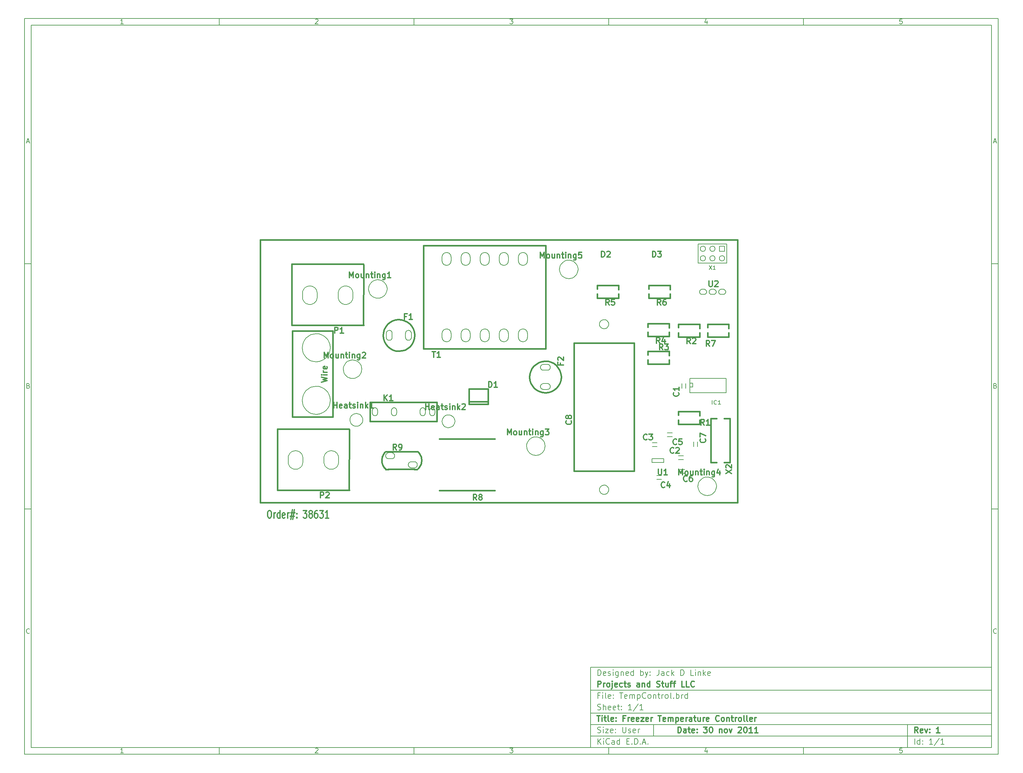
<source format=gto>
G04 (created by PCBNEW-RS274X (2011-07-08 BZR 3044)-stable) date 11/30/2011 10:21:35 PM*
G01*
G70*
G90*
%MOIN*%
G04 Gerber Fmt 3.4, Leading zero omitted, Abs format*
%FSLAX34Y34*%
G04 APERTURE LIST*
%ADD10C,0.006000*%
%ADD11C,0.012000*%
%ADD12C,0.015000*%
%ADD13C,0.008000*%
%ADD14C,0.007900*%
%ADD15C,0.005000*%
G04 APERTURE END LIST*
G54D10*
X04000Y-04000D02*
X106000Y-04000D01*
X106000Y-81000D01*
X04000Y-81000D01*
X04000Y-04000D01*
X04700Y-04700D02*
X105300Y-04700D01*
X105300Y-80300D01*
X04700Y-80300D01*
X04700Y-04700D01*
X24400Y-04000D02*
X24400Y-04700D01*
X14343Y-04552D02*
X14057Y-04552D01*
X14200Y-04552D02*
X14200Y-04052D01*
X14152Y-04124D01*
X14105Y-04171D01*
X14057Y-04195D01*
X24400Y-81000D02*
X24400Y-80300D01*
X14343Y-80852D02*
X14057Y-80852D01*
X14200Y-80852D02*
X14200Y-80352D01*
X14152Y-80424D01*
X14105Y-80471D01*
X14057Y-80495D01*
X44800Y-04000D02*
X44800Y-04700D01*
X34457Y-04100D02*
X34481Y-04076D01*
X34529Y-04052D01*
X34648Y-04052D01*
X34695Y-04076D01*
X34719Y-04100D01*
X34743Y-04148D01*
X34743Y-04195D01*
X34719Y-04267D01*
X34433Y-04552D01*
X34743Y-04552D01*
X44800Y-81000D02*
X44800Y-80300D01*
X34457Y-80400D02*
X34481Y-80376D01*
X34529Y-80352D01*
X34648Y-80352D01*
X34695Y-80376D01*
X34719Y-80400D01*
X34743Y-80448D01*
X34743Y-80495D01*
X34719Y-80567D01*
X34433Y-80852D01*
X34743Y-80852D01*
X65200Y-04000D02*
X65200Y-04700D01*
X54833Y-04052D02*
X55143Y-04052D01*
X54976Y-04243D01*
X55048Y-04243D01*
X55095Y-04267D01*
X55119Y-04290D01*
X55143Y-04338D01*
X55143Y-04457D01*
X55119Y-04505D01*
X55095Y-04529D01*
X55048Y-04552D01*
X54905Y-04552D01*
X54857Y-04529D01*
X54833Y-04505D01*
X65200Y-81000D02*
X65200Y-80300D01*
X54833Y-80352D02*
X55143Y-80352D01*
X54976Y-80543D01*
X55048Y-80543D01*
X55095Y-80567D01*
X55119Y-80590D01*
X55143Y-80638D01*
X55143Y-80757D01*
X55119Y-80805D01*
X55095Y-80829D01*
X55048Y-80852D01*
X54905Y-80852D01*
X54857Y-80829D01*
X54833Y-80805D01*
X85600Y-04000D02*
X85600Y-04700D01*
X75495Y-04219D02*
X75495Y-04552D01*
X75376Y-04029D02*
X75257Y-04386D01*
X75567Y-04386D01*
X85600Y-81000D02*
X85600Y-80300D01*
X75495Y-80519D02*
X75495Y-80852D01*
X75376Y-80329D02*
X75257Y-80686D01*
X75567Y-80686D01*
X95919Y-04052D02*
X95681Y-04052D01*
X95657Y-04290D01*
X95681Y-04267D01*
X95729Y-04243D01*
X95848Y-04243D01*
X95895Y-04267D01*
X95919Y-04290D01*
X95943Y-04338D01*
X95943Y-04457D01*
X95919Y-04505D01*
X95895Y-04529D01*
X95848Y-04552D01*
X95729Y-04552D01*
X95681Y-04529D01*
X95657Y-04505D01*
X95919Y-80352D02*
X95681Y-80352D01*
X95657Y-80590D01*
X95681Y-80567D01*
X95729Y-80543D01*
X95848Y-80543D01*
X95895Y-80567D01*
X95919Y-80590D01*
X95943Y-80638D01*
X95943Y-80757D01*
X95919Y-80805D01*
X95895Y-80829D01*
X95848Y-80852D01*
X95729Y-80852D01*
X95681Y-80829D01*
X95657Y-80805D01*
X04000Y-29660D02*
X04700Y-29660D01*
X04231Y-16890D02*
X04469Y-16890D01*
X04184Y-17032D02*
X04350Y-16532D01*
X04517Y-17032D01*
X106000Y-29660D02*
X105300Y-29660D01*
X105531Y-16890D02*
X105769Y-16890D01*
X105484Y-17032D02*
X105650Y-16532D01*
X105817Y-17032D01*
X04000Y-55320D02*
X04700Y-55320D01*
X04386Y-42430D02*
X04457Y-42454D01*
X04481Y-42478D01*
X04505Y-42526D01*
X04505Y-42597D01*
X04481Y-42645D01*
X04457Y-42669D01*
X04410Y-42692D01*
X04219Y-42692D01*
X04219Y-42192D01*
X04386Y-42192D01*
X04433Y-42216D01*
X04457Y-42240D01*
X04481Y-42288D01*
X04481Y-42335D01*
X04457Y-42383D01*
X04433Y-42407D01*
X04386Y-42430D01*
X04219Y-42430D01*
X106000Y-55320D02*
X105300Y-55320D01*
X105686Y-42430D02*
X105757Y-42454D01*
X105781Y-42478D01*
X105805Y-42526D01*
X105805Y-42597D01*
X105781Y-42645D01*
X105757Y-42669D01*
X105710Y-42692D01*
X105519Y-42692D01*
X105519Y-42192D01*
X105686Y-42192D01*
X105733Y-42216D01*
X105757Y-42240D01*
X105781Y-42288D01*
X105781Y-42335D01*
X105757Y-42383D01*
X105733Y-42407D01*
X105686Y-42430D01*
X105519Y-42430D01*
X04505Y-68305D02*
X04481Y-68329D01*
X04410Y-68352D01*
X04362Y-68352D01*
X04290Y-68329D01*
X04243Y-68281D01*
X04219Y-68233D01*
X04195Y-68138D01*
X04195Y-68067D01*
X04219Y-67971D01*
X04243Y-67924D01*
X04290Y-67876D01*
X04362Y-67852D01*
X04410Y-67852D01*
X04481Y-67876D01*
X04505Y-67900D01*
X105805Y-68305D02*
X105781Y-68329D01*
X105710Y-68352D01*
X105662Y-68352D01*
X105590Y-68329D01*
X105543Y-68281D01*
X105519Y-68233D01*
X105495Y-68138D01*
X105495Y-68067D01*
X105519Y-67971D01*
X105543Y-67924D01*
X105590Y-67876D01*
X105662Y-67852D01*
X105710Y-67852D01*
X105781Y-67876D01*
X105805Y-67900D01*
G54D11*
X72443Y-78743D02*
X72443Y-78143D01*
X72586Y-78143D01*
X72671Y-78171D01*
X72729Y-78229D01*
X72757Y-78286D01*
X72786Y-78400D01*
X72786Y-78486D01*
X72757Y-78600D01*
X72729Y-78657D01*
X72671Y-78714D01*
X72586Y-78743D01*
X72443Y-78743D01*
X73300Y-78743D02*
X73300Y-78429D01*
X73271Y-78371D01*
X73214Y-78343D01*
X73100Y-78343D01*
X73043Y-78371D01*
X73300Y-78714D02*
X73243Y-78743D01*
X73100Y-78743D01*
X73043Y-78714D01*
X73014Y-78657D01*
X73014Y-78600D01*
X73043Y-78543D01*
X73100Y-78514D01*
X73243Y-78514D01*
X73300Y-78486D01*
X73500Y-78343D02*
X73729Y-78343D01*
X73586Y-78143D02*
X73586Y-78657D01*
X73614Y-78714D01*
X73672Y-78743D01*
X73729Y-78743D01*
X74157Y-78714D02*
X74100Y-78743D01*
X73986Y-78743D01*
X73929Y-78714D01*
X73900Y-78657D01*
X73900Y-78429D01*
X73929Y-78371D01*
X73986Y-78343D01*
X74100Y-78343D01*
X74157Y-78371D01*
X74186Y-78429D01*
X74186Y-78486D01*
X73900Y-78543D01*
X74443Y-78686D02*
X74471Y-78714D01*
X74443Y-78743D01*
X74414Y-78714D01*
X74443Y-78686D01*
X74443Y-78743D01*
X74443Y-78371D02*
X74471Y-78400D01*
X74443Y-78429D01*
X74414Y-78400D01*
X74443Y-78371D01*
X74443Y-78429D01*
X75129Y-78143D02*
X75500Y-78143D01*
X75300Y-78371D01*
X75386Y-78371D01*
X75443Y-78400D01*
X75472Y-78429D01*
X75500Y-78486D01*
X75500Y-78629D01*
X75472Y-78686D01*
X75443Y-78714D01*
X75386Y-78743D01*
X75214Y-78743D01*
X75157Y-78714D01*
X75129Y-78686D01*
X75871Y-78143D02*
X75928Y-78143D01*
X75985Y-78171D01*
X76014Y-78200D01*
X76043Y-78257D01*
X76071Y-78371D01*
X76071Y-78514D01*
X76043Y-78629D01*
X76014Y-78686D01*
X75985Y-78714D01*
X75928Y-78743D01*
X75871Y-78743D01*
X75814Y-78714D01*
X75785Y-78686D01*
X75757Y-78629D01*
X75728Y-78514D01*
X75728Y-78371D01*
X75757Y-78257D01*
X75785Y-78200D01*
X75814Y-78171D01*
X75871Y-78143D01*
X76785Y-78343D02*
X76785Y-78743D01*
X76785Y-78400D02*
X76813Y-78371D01*
X76871Y-78343D01*
X76956Y-78343D01*
X77013Y-78371D01*
X77042Y-78429D01*
X77042Y-78743D01*
X77414Y-78743D02*
X77356Y-78714D01*
X77328Y-78686D01*
X77299Y-78629D01*
X77299Y-78457D01*
X77328Y-78400D01*
X77356Y-78371D01*
X77414Y-78343D01*
X77499Y-78343D01*
X77556Y-78371D01*
X77585Y-78400D01*
X77614Y-78457D01*
X77614Y-78629D01*
X77585Y-78686D01*
X77556Y-78714D01*
X77499Y-78743D01*
X77414Y-78743D01*
X77814Y-78343D02*
X77957Y-78743D01*
X78099Y-78343D01*
X78756Y-78200D02*
X78785Y-78171D01*
X78842Y-78143D01*
X78985Y-78143D01*
X79042Y-78171D01*
X79071Y-78200D01*
X79099Y-78257D01*
X79099Y-78314D01*
X79071Y-78400D01*
X78728Y-78743D01*
X79099Y-78743D01*
X79470Y-78143D02*
X79527Y-78143D01*
X79584Y-78171D01*
X79613Y-78200D01*
X79642Y-78257D01*
X79670Y-78371D01*
X79670Y-78514D01*
X79642Y-78629D01*
X79613Y-78686D01*
X79584Y-78714D01*
X79527Y-78743D01*
X79470Y-78743D01*
X79413Y-78714D01*
X79384Y-78686D01*
X79356Y-78629D01*
X79327Y-78514D01*
X79327Y-78371D01*
X79356Y-78257D01*
X79384Y-78200D01*
X79413Y-78171D01*
X79470Y-78143D01*
X80241Y-78743D02*
X79898Y-78743D01*
X80070Y-78743D02*
X80070Y-78143D01*
X80013Y-78229D01*
X79955Y-78286D01*
X79898Y-78314D01*
X80812Y-78743D02*
X80469Y-78743D01*
X80641Y-78743D02*
X80641Y-78143D01*
X80584Y-78229D01*
X80526Y-78286D01*
X80469Y-78314D01*
G54D10*
X64043Y-79943D02*
X64043Y-79343D01*
X64386Y-79943D02*
X64129Y-79600D01*
X64386Y-79343D02*
X64043Y-79686D01*
X64643Y-79943D02*
X64643Y-79543D01*
X64643Y-79343D02*
X64614Y-79371D01*
X64643Y-79400D01*
X64671Y-79371D01*
X64643Y-79343D01*
X64643Y-79400D01*
X65272Y-79886D02*
X65243Y-79914D01*
X65157Y-79943D01*
X65100Y-79943D01*
X65015Y-79914D01*
X64957Y-79857D01*
X64929Y-79800D01*
X64900Y-79686D01*
X64900Y-79600D01*
X64929Y-79486D01*
X64957Y-79429D01*
X65015Y-79371D01*
X65100Y-79343D01*
X65157Y-79343D01*
X65243Y-79371D01*
X65272Y-79400D01*
X65786Y-79943D02*
X65786Y-79629D01*
X65757Y-79571D01*
X65700Y-79543D01*
X65586Y-79543D01*
X65529Y-79571D01*
X65786Y-79914D02*
X65729Y-79943D01*
X65586Y-79943D01*
X65529Y-79914D01*
X65500Y-79857D01*
X65500Y-79800D01*
X65529Y-79743D01*
X65586Y-79714D01*
X65729Y-79714D01*
X65786Y-79686D01*
X66329Y-79943D02*
X66329Y-79343D01*
X66329Y-79914D02*
X66272Y-79943D01*
X66158Y-79943D01*
X66100Y-79914D01*
X66072Y-79886D01*
X66043Y-79829D01*
X66043Y-79657D01*
X66072Y-79600D01*
X66100Y-79571D01*
X66158Y-79543D01*
X66272Y-79543D01*
X66329Y-79571D01*
X67072Y-79629D02*
X67272Y-79629D01*
X67358Y-79943D02*
X67072Y-79943D01*
X67072Y-79343D01*
X67358Y-79343D01*
X67615Y-79886D02*
X67643Y-79914D01*
X67615Y-79943D01*
X67586Y-79914D01*
X67615Y-79886D01*
X67615Y-79943D01*
X67901Y-79943D02*
X67901Y-79343D01*
X68044Y-79343D01*
X68129Y-79371D01*
X68187Y-79429D01*
X68215Y-79486D01*
X68244Y-79600D01*
X68244Y-79686D01*
X68215Y-79800D01*
X68187Y-79857D01*
X68129Y-79914D01*
X68044Y-79943D01*
X67901Y-79943D01*
X68501Y-79886D02*
X68529Y-79914D01*
X68501Y-79943D01*
X68472Y-79914D01*
X68501Y-79886D01*
X68501Y-79943D01*
X68758Y-79771D02*
X69044Y-79771D01*
X68701Y-79943D02*
X68901Y-79343D01*
X69101Y-79943D01*
X69301Y-79886D02*
X69329Y-79914D01*
X69301Y-79943D01*
X69272Y-79914D01*
X69301Y-79886D01*
X69301Y-79943D01*
G54D11*
X97586Y-78743D02*
X97386Y-78457D01*
X97243Y-78743D02*
X97243Y-78143D01*
X97471Y-78143D01*
X97529Y-78171D01*
X97557Y-78200D01*
X97586Y-78257D01*
X97586Y-78343D01*
X97557Y-78400D01*
X97529Y-78429D01*
X97471Y-78457D01*
X97243Y-78457D01*
X98071Y-78714D02*
X98014Y-78743D01*
X97900Y-78743D01*
X97843Y-78714D01*
X97814Y-78657D01*
X97814Y-78429D01*
X97843Y-78371D01*
X97900Y-78343D01*
X98014Y-78343D01*
X98071Y-78371D01*
X98100Y-78429D01*
X98100Y-78486D01*
X97814Y-78543D01*
X98300Y-78343D02*
X98443Y-78743D01*
X98585Y-78343D01*
X98814Y-78686D02*
X98842Y-78714D01*
X98814Y-78743D01*
X98785Y-78714D01*
X98814Y-78686D01*
X98814Y-78743D01*
X98814Y-78371D02*
X98842Y-78400D01*
X98814Y-78429D01*
X98785Y-78400D01*
X98814Y-78371D01*
X98814Y-78429D01*
X99871Y-78743D02*
X99528Y-78743D01*
X99700Y-78743D02*
X99700Y-78143D01*
X99643Y-78229D01*
X99585Y-78286D01*
X99528Y-78314D01*
G54D10*
X64014Y-78714D02*
X64100Y-78743D01*
X64243Y-78743D01*
X64300Y-78714D01*
X64329Y-78686D01*
X64357Y-78629D01*
X64357Y-78571D01*
X64329Y-78514D01*
X64300Y-78486D01*
X64243Y-78457D01*
X64129Y-78429D01*
X64071Y-78400D01*
X64043Y-78371D01*
X64014Y-78314D01*
X64014Y-78257D01*
X64043Y-78200D01*
X64071Y-78171D01*
X64129Y-78143D01*
X64271Y-78143D01*
X64357Y-78171D01*
X64614Y-78743D02*
X64614Y-78343D01*
X64614Y-78143D02*
X64585Y-78171D01*
X64614Y-78200D01*
X64642Y-78171D01*
X64614Y-78143D01*
X64614Y-78200D01*
X64843Y-78343D02*
X65157Y-78343D01*
X64843Y-78743D01*
X65157Y-78743D01*
X65614Y-78714D02*
X65557Y-78743D01*
X65443Y-78743D01*
X65386Y-78714D01*
X65357Y-78657D01*
X65357Y-78429D01*
X65386Y-78371D01*
X65443Y-78343D01*
X65557Y-78343D01*
X65614Y-78371D01*
X65643Y-78429D01*
X65643Y-78486D01*
X65357Y-78543D01*
X65900Y-78686D02*
X65928Y-78714D01*
X65900Y-78743D01*
X65871Y-78714D01*
X65900Y-78686D01*
X65900Y-78743D01*
X65900Y-78371D02*
X65928Y-78400D01*
X65900Y-78429D01*
X65871Y-78400D01*
X65900Y-78371D01*
X65900Y-78429D01*
X66643Y-78143D02*
X66643Y-78629D01*
X66671Y-78686D01*
X66700Y-78714D01*
X66757Y-78743D01*
X66871Y-78743D01*
X66929Y-78714D01*
X66957Y-78686D01*
X66986Y-78629D01*
X66986Y-78143D01*
X67243Y-78714D02*
X67300Y-78743D01*
X67415Y-78743D01*
X67472Y-78714D01*
X67500Y-78657D01*
X67500Y-78629D01*
X67472Y-78571D01*
X67415Y-78543D01*
X67329Y-78543D01*
X67272Y-78514D01*
X67243Y-78457D01*
X67243Y-78429D01*
X67272Y-78371D01*
X67329Y-78343D01*
X67415Y-78343D01*
X67472Y-78371D01*
X67986Y-78714D02*
X67929Y-78743D01*
X67815Y-78743D01*
X67758Y-78714D01*
X67729Y-78657D01*
X67729Y-78429D01*
X67758Y-78371D01*
X67815Y-78343D01*
X67929Y-78343D01*
X67986Y-78371D01*
X68015Y-78429D01*
X68015Y-78486D01*
X67729Y-78543D01*
X68272Y-78743D02*
X68272Y-78343D01*
X68272Y-78457D02*
X68300Y-78400D01*
X68329Y-78371D01*
X68386Y-78343D01*
X68443Y-78343D01*
X97243Y-79943D02*
X97243Y-79343D01*
X97786Y-79943D02*
X97786Y-79343D01*
X97786Y-79914D02*
X97729Y-79943D01*
X97615Y-79943D01*
X97557Y-79914D01*
X97529Y-79886D01*
X97500Y-79829D01*
X97500Y-79657D01*
X97529Y-79600D01*
X97557Y-79571D01*
X97615Y-79543D01*
X97729Y-79543D01*
X97786Y-79571D01*
X98072Y-79886D02*
X98100Y-79914D01*
X98072Y-79943D01*
X98043Y-79914D01*
X98072Y-79886D01*
X98072Y-79943D01*
X98072Y-79571D02*
X98100Y-79600D01*
X98072Y-79629D01*
X98043Y-79600D01*
X98072Y-79571D01*
X98072Y-79629D01*
X99129Y-79943D02*
X98786Y-79943D01*
X98958Y-79943D02*
X98958Y-79343D01*
X98901Y-79429D01*
X98843Y-79486D01*
X98786Y-79514D01*
X99814Y-79314D02*
X99300Y-80086D01*
X100329Y-79943D02*
X99986Y-79943D01*
X100158Y-79943D02*
X100158Y-79343D01*
X100101Y-79429D01*
X100043Y-79486D01*
X99986Y-79514D01*
G54D11*
X63957Y-76943D02*
X64300Y-76943D01*
X64129Y-77543D02*
X64129Y-76943D01*
X64500Y-77543D02*
X64500Y-77143D01*
X64500Y-76943D02*
X64471Y-76971D01*
X64500Y-77000D01*
X64528Y-76971D01*
X64500Y-76943D01*
X64500Y-77000D01*
X64700Y-77143D02*
X64929Y-77143D01*
X64786Y-76943D02*
X64786Y-77457D01*
X64814Y-77514D01*
X64872Y-77543D01*
X64929Y-77543D01*
X65215Y-77543D02*
X65157Y-77514D01*
X65129Y-77457D01*
X65129Y-76943D01*
X65671Y-77514D02*
X65614Y-77543D01*
X65500Y-77543D01*
X65443Y-77514D01*
X65414Y-77457D01*
X65414Y-77229D01*
X65443Y-77171D01*
X65500Y-77143D01*
X65614Y-77143D01*
X65671Y-77171D01*
X65700Y-77229D01*
X65700Y-77286D01*
X65414Y-77343D01*
X65957Y-77486D02*
X65985Y-77514D01*
X65957Y-77543D01*
X65928Y-77514D01*
X65957Y-77486D01*
X65957Y-77543D01*
X65957Y-77171D02*
X65985Y-77200D01*
X65957Y-77229D01*
X65928Y-77200D01*
X65957Y-77171D01*
X65957Y-77229D01*
X66900Y-77229D02*
X66700Y-77229D01*
X66700Y-77543D02*
X66700Y-76943D01*
X66986Y-76943D01*
X67214Y-77543D02*
X67214Y-77143D01*
X67214Y-77257D02*
X67242Y-77200D01*
X67271Y-77171D01*
X67328Y-77143D01*
X67385Y-77143D01*
X67813Y-77514D02*
X67756Y-77543D01*
X67642Y-77543D01*
X67585Y-77514D01*
X67556Y-77457D01*
X67556Y-77229D01*
X67585Y-77171D01*
X67642Y-77143D01*
X67756Y-77143D01*
X67813Y-77171D01*
X67842Y-77229D01*
X67842Y-77286D01*
X67556Y-77343D01*
X68327Y-77514D02*
X68270Y-77543D01*
X68156Y-77543D01*
X68099Y-77514D01*
X68070Y-77457D01*
X68070Y-77229D01*
X68099Y-77171D01*
X68156Y-77143D01*
X68270Y-77143D01*
X68327Y-77171D01*
X68356Y-77229D01*
X68356Y-77286D01*
X68070Y-77343D01*
X68556Y-77143D02*
X68870Y-77143D01*
X68556Y-77543D01*
X68870Y-77543D01*
X69327Y-77514D02*
X69270Y-77543D01*
X69156Y-77543D01*
X69099Y-77514D01*
X69070Y-77457D01*
X69070Y-77229D01*
X69099Y-77171D01*
X69156Y-77143D01*
X69270Y-77143D01*
X69327Y-77171D01*
X69356Y-77229D01*
X69356Y-77286D01*
X69070Y-77343D01*
X69613Y-77543D02*
X69613Y-77143D01*
X69613Y-77257D02*
X69641Y-77200D01*
X69670Y-77171D01*
X69727Y-77143D01*
X69784Y-77143D01*
X70355Y-76943D02*
X70698Y-76943D01*
X70527Y-77543D02*
X70527Y-76943D01*
X71126Y-77514D02*
X71069Y-77543D01*
X70955Y-77543D01*
X70898Y-77514D01*
X70869Y-77457D01*
X70869Y-77229D01*
X70898Y-77171D01*
X70955Y-77143D01*
X71069Y-77143D01*
X71126Y-77171D01*
X71155Y-77229D01*
X71155Y-77286D01*
X70869Y-77343D01*
X71412Y-77543D02*
X71412Y-77143D01*
X71412Y-77200D02*
X71440Y-77171D01*
X71498Y-77143D01*
X71583Y-77143D01*
X71640Y-77171D01*
X71669Y-77229D01*
X71669Y-77543D01*
X71669Y-77229D02*
X71698Y-77171D01*
X71755Y-77143D01*
X71840Y-77143D01*
X71898Y-77171D01*
X71926Y-77229D01*
X71926Y-77543D01*
X72212Y-77143D02*
X72212Y-77743D01*
X72212Y-77171D02*
X72269Y-77143D01*
X72383Y-77143D01*
X72440Y-77171D01*
X72469Y-77200D01*
X72498Y-77257D01*
X72498Y-77429D01*
X72469Y-77486D01*
X72440Y-77514D01*
X72383Y-77543D01*
X72269Y-77543D01*
X72212Y-77514D01*
X72983Y-77514D02*
X72926Y-77543D01*
X72812Y-77543D01*
X72755Y-77514D01*
X72726Y-77457D01*
X72726Y-77229D01*
X72755Y-77171D01*
X72812Y-77143D01*
X72926Y-77143D01*
X72983Y-77171D01*
X73012Y-77229D01*
X73012Y-77286D01*
X72726Y-77343D01*
X73269Y-77543D02*
X73269Y-77143D01*
X73269Y-77257D02*
X73297Y-77200D01*
X73326Y-77171D01*
X73383Y-77143D01*
X73440Y-77143D01*
X73897Y-77543D02*
X73897Y-77229D01*
X73868Y-77171D01*
X73811Y-77143D01*
X73697Y-77143D01*
X73640Y-77171D01*
X73897Y-77514D02*
X73840Y-77543D01*
X73697Y-77543D01*
X73640Y-77514D01*
X73611Y-77457D01*
X73611Y-77400D01*
X73640Y-77343D01*
X73697Y-77314D01*
X73840Y-77314D01*
X73897Y-77286D01*
X74097Y-77143D02*
X74326Y-77143D01*
X74183Y-76943D02*
X74183Y-77457D01*
X74211Y-77514D01*
X74269Y-77543D01*
X74326Y-77543D01*
X74783Y-77143D02*
X74783Y-77543D01*
X74526Y-77143D02*
X74526Y-77457D01*
X74554Y-77514D01*
X74612Y-77543D01*
X74697Y-77543D01*
X74754Y-77514D01*
X74783Y-77486D01*
X75069Y-77543D02*
X75069Y-77143D01*
X75069Y-77257D02*
X75097Y-77200D01*
X75126Y-77171D01*
X75183Y-77143D01*
X75240Y-77143D01*
X75668Y-77514D02*
X75611Y-77543D01*
X75497Y-77543D01*
X75440Y-77514D01*
X75411Y-77457D01*
X75411Y-77229D01*
X75440Y-77171D01*
X75497Y-77143D01*
X75611Y-77143D01*
X75668Y-77171D01*
X75697Y-77229D01*
X75697Y-77286D01*
X75411Y-77343D01*
X76754Y-77486D02*
X76725Y-77514D01*
X76639Y-77543D01*
X76582Y-77543D01*
X76497Y-77514D01*
X76439Y-77457D01*
X76411Y-77400D01*
X76382Y-77286D01*
X76382Y-77200D01*
X76411Y-77086D01*
X76439Y-77029D01*
X76497Y-76971D01*
X76582Y-76943D01*
X76639Y-76943D01*
X76725Y-76971D01*
X76754Y-77000D01*
X77097Y-77543D02*
X77039Y-77514D01*
X77011Y-77486D01*
X76982Y-77429D01*
X76982Y-77257D01*
X77011Y-77200D01*
X77039Y-77171D01*
X77097Y-77143D01*
X77182Y-77143D01*
X77239Y-77171D01*
X77268Y-77200D01*
X77297Y-77257D01*
X77297Y-77429D01*
X77268Y-77486D01*
X77239Y-77514D01*
X77182Y-77543D01*
X77097Y-77543D01*
X77554Y-77143D02*
X77554Y-77543D01*
X77554Y-77200D02*
X77582Y-77171D01*
X77640Y-77143D01*
X77725Y-77143D01*
X77782Y-77171D01*
X77811Y-77229D01*
X77811Y-77543D01*
X78011Y-77143D02*
X78240Y-77143D01*
X78097Y-76943D02*
X78097Y-77457D01*
X78125Y-77514D01*
X78183Y-77543D01*
X78240Y-77543D01*
X78440Y-77543D02*
X78440Y-77143D01*
X78440Y-77257D02*
X78468Y-77200D01*
X78497Y-77171D01*
X78554Y-77143D01*
X78611Y-77143D01*
X78897Y-77543D02*
X78839Y-77514D01*
X78811Y-77486D01*
X78782Y-77429D01*
X78782Y-77257D01*
X78811Y-77200D01*
X78839Y-77171D01*
X78897Y-77143D01*
X78982Y-77143D01*
X79039Y-77171D01*
X79068Y-77200D01*
X79097Y-77257D01*
X79097Y-77429D01*
X79068Y-77486D01*
X79039Y-77514D01*
X78982Y-77543D01*
X78897Y-77543D01*
X79440Y-77543D02*
X79382Y-77514D01*
X79354Y-77457D01*
X79354Y-76943D01*
X79754Y-77543D02*
X79696Y-77514D01*
X79668Y-77457D01*
X79668Y-76943D01*
X80210Y-77514D02*
X80153Y-77543D01*
X80039Y-77543D01*
X79982Y-77514D01*
X79953Y-77457D01*
X79953Y-77229D01*
X79982Y-77171D01*
X80039Y-77143D01*
X80153Y-77143D01*
X80210Y-77171D01*
X80239Y-77229D01*
X80239Y-77286D01*
X79953Y-77343D01*
X80496Y-77543D02*
X80496Y-77143D01*
X80496Y-77257D02*
X80524Y-77200D01*
X80553Y-77171D01*
X80610Y-77143D01*
X80667Y-77143D01*
G54D10*
X64243Y-74829D02*
X64043Y-74829D01*
X64043Y-75143D02*
X64043Y-74543D01*
X64329Y-74543D01*
X64557Y-75143D02*
X64557Y-74743D01*
X64557Y-74543D02*
X64528Y-74571D01*
X64557Y-74600D01*
X64585Y-74571D01*
X64557Y-74543D01*
X64557Y-74600D01*
X64929Y-75143D02*
X64871Y-75114D01*
X64843Y-75057D01*
X64843Y-74543D01*
X65385Y-75114D02*
X65328Y-75143D01*
X65214Y-75143D01*
X65157Y-75114D01*
X65128Y-75057D01*
X65128Y-74829D01*
X65157Y-74771D01*
X65214Y-74743D01*
X65328Y-74743D01*
X65385Y-74771D01*
X65414Y-74829D01*
X65414Y-74886D01*
X65128Y-74943D01*
X65671Y-75086D02*
X65699Y-75114D01*
X65671Y-75143D01*
X65642Y-75114D01*
X65671Y-75086D01*
X65671Y-75143D01*
X65671Y-74771D02*
X65699Y-74800D01*
X65671Y-74829D01*
X65642Y-74800D01*
X65671Y-74771D01*
X65671Y-74829D01*
X66328Y-74543D02*
X66671Y-74543D01*
X66500Y-75143D02*
X66500Y-74543D01*
X67099Y-75114D02*
X67042Y-75143D01*
X66928Y-75143D01*
X66871Y-75114D01*
X66842Y-75057D01*
X66842Y-74829D01*
X66871Y-74771D01*
X66928Y-74743D01*
X67042Y-74743D01*
X67099Y-74771D01*
X67128Y-74829D01*
X67128Y-74886D01*
X66842Y-74943D01*
X67385Y-75143D02*
X67385Y-74743D01*
X67385Y-74800D02*
X67413Y-74771D01*
X67471Y-74743D01*
X67556Y-74743D01*
X67613Y-74771D01*
X67642Y-74829D01*
X67642Y-75143D01*
X67642Y-74829D02*
X67671Y-74771D01*
X67728Y-74743D01*
X67813Y-74743D01*
X67871Y-74771D01*
X67899Y-74829D01*
X67899Y-75143D01*
X68185Y-74743D02*
X68185Y-75343D01*
X68185Y-74771D02*
X68242Y-74743D01*
X68356Y-74743D01*
X68413Y-74771D01*
X68442Y-74800D01*
X68471Y-74857D01*
X68471Y-75029D01*
X68442Y-75086D01*
X68413Y-75114D01*
X68356Y-75143D01*
X68242Y-75143D01*
X68185Y-75114D01*
X69071Y-75086D02*
X69042Y-75114D01*
X68956Y-75143D01*
X68899Y-75143D01*
X68814Y-75114D01*
X68756Y-75057D01*
X68728Y-75000D01*
X68699Y-74886D01*
X68699Y-74800D01*
X68728Y-74686D01*
X68756Y-74629D01*
X68814Y-74571D01*
X68899Y-74543D01*
X68956Y-74543D01*
X69042Y-74571D01*
X69071Y-74600D01*
X69414Y-75143D02*
X69356Y-75114D01*
X69328Y-75086D01*
X69299Y-75029D01*
X69299Y-74857D01*
X69328Y-74800D01*
X69356Y-74771D01*
X69414Y-74743D01*
X69499Y-74743D01*
X69556Y-74771D01*
X69585Y-74800D01*
X69614Y-74857D01*
X69614Y-75029D01*
X69585Y-75086D01*
X69556Y-75114D01*
X69499Y-75143D01*
X69414Y-75143D01*
X69871Y-74743D02*
X69871Y-75143D01*
X69871Y-74800D02*
X69899Y-74771D01*
X69957Y-74743D01*
X70042Y-74743D01*
X70099Y-74771D01*
X70128Y-74829D01*
X70128Y-75143D01*
X70328Y-74743D02*
X70557Y-74743D01*
X70414Y-74543D02*
X70414Y-75057D01*
X70442Y-75114D01*
X70500Y-75143D01*
X70557Y-75143D01*
X70757Y-75143D02*
X70757Y-74743D01*
X70757Y-74857D02*
X70785Y-74800D01*
X70814Y-74771D01*
X70871Y-74743D01*
X70928Y-74743D01*
X71214Y-75143D02*
X71156Y-75114D01*
X71128Y-75086D01*
X71099Y-75029D01*
X71099Y-74857D01*
X71128Y-74800D01*
X71156Y-74771D01*
X71214Y-74743D01*
X71299Y-74743D01*
X71356Y-74771D01*
X71385Y-74800D01*
X71414Y-74857D01*
X71414Y-75029D01*
X71385Y-75086D01*
X71356Y-75114D01*
X71299Y-75143D01*
X71214Y-75143D01*
X71757Y-75143D02*
X71699Y-75114D01*
X71671Y-75057D01*
X71671Y-74543D01*
X71985Y-75086D02*
X72013Y-75114D01*
X71985Y-75143D01*
X71956Y-75114D01*
X71985Y-75086D01*
X71985Y-75143D01*
X72271Y-75143D02*
X72271Y-74543D01*
X72271Y-74771D02*
X72328Y-74743D01*
X72442Y-74743D01*
X72499Y-74771D01*
X72528Y-74800D01*
X72557Y-74857D01*
X72557Y-75029D01*
X72528Y-75086D01*
X72499Y-75114D01*
X72442Y-75143D01*
X72328Y-75143D01*
X72271Y-75114D01*
X72814Y-75143D02*
X72814Y-74743D01*
X72814Y-74857D02*
X72842Y-74800D01*
X72871Y-74771D01*
X72928Y-74743D01*
X72985Y-74743D01*
X73442Y-75143D02*
X73442Y-74543D01*
X73442Y-75114D02*
X73385Y-75143D01*
X73271Y-75143D01*
X73213Y-75114D01*
X73185Y-75086D01*
X73156Y-75029D01*
X73156Y-74857D01*
X73185Y-74800D01*
X73213Y-74771D01*
X73271Y-74743D01*
X73385Y-74743D01*
X73442Y-74771D01*
X64014Y-76314D02*
X64100Y-76343D01*
X64243Y-76343D01*
X64300Y-76314D01*
X64329Y-76286D01*
X64357Y-76229D01*
X64357Y-76171D01*
X64329Y-76114D01*
X64300Y-76086D01*
X64243Y-76057D01*
X64129Y-76029D01*
X64071Y-76000D01*
X64043Y-75971D01*
X64014Y-75914D01*
X64014Y-75857D01*
X64043Y-75800D01*
X64071Y-75771D01*
X64129Y-75743D01*
X64271Y-75743D01*
X64357Y-75771D01*
X64614Y-76343D02*
X64614Y-75743D01*
X64871Y-76343D02*
X64871Y-76029D01*
X64842Y-75971D01*
X64785Y-75943D01*
X64700Y-75943D01*
X64642Y-75971D01*
X64614Y-76000D01*
X65385Y-76314D02*
X65328Y-76343D01*
X65214Y-76343D01*
X65157Y-76314D01*
X65128Y-76257D01*
X65128Y-76029D01*
X65157Y-75971D01*
X65214Y-75943D01*
X65328Y-75943D01*
X65385Y-75971D01*
X65414Y-76029D01*
X65414Y-76086D01*
X65128Y-76143D01*
X65899Y-76314D02*
X65842Y-76343D01*
X65728Y-76343D01*
X65671Y-76314D01*
X65642Y-76257D01*
X65642Y-76029D01*
X65671Y-75971D01*
X65728Y-75943D01*
X65842Y-75943D01*
X65899Y-75971D01*
X65928Y-76029D01*
X65928Y-76086D01*
X65642Y-76143D01*
X66099Y-75943D02*
X66328Y-75943D01*
X66185Y-75743D02*
X66185Y-76257D01*
X66213Y-76314D01*
X66271Y-76343D01*
X66328Y-76343D01*
X66528Y-76286D02*
X66556Y-76314D01*
X66528Y-76343D01*
X66499Y-76314D01*
X66528Y-76286D01*
X66528Y-76343D01*
X66528Y-75971D02*
X66556Y-76000D01*
X66528Y-76029D01*
X66499Y-76000D01*
X66528Y-75971D01*
X66528Y-76029D01*
X67585Y-76343D02*
X67242Y-76343D01*
X67414Y-76343D02*
X67414Y-75743D01*
X67357Y-75829D01*
X67299Y-75886D01*
X67242Y-75914D01*
X68270Y-75714D02*
X67756Y-76486D01*
X68785Y-76343D02*
X68442Y-76343D01*
X68614Y-76343D02*
X68614Y-75743D01*
X68557Y-75829D01*
X68499Y-75886D01*
X68442Y-75914D01*
G54D11*
X64043Y-73943D02*
X64043Y-73343D01*
X64271Y-73343D01*
X64329Y-73371D01*
X64357Y-73400D01*
X64386Y-73457D01*
X64386Y-73543D01*
X64357Y-73600D01*
X64329Y-73629D01*
X64271Y-73657D01*
X64043Y-73657D01*
X64643Y-73943D02*
X64643Y-73543D01*
X64643Y-73657D02*
X64671Y-73600D01*
X64700Y-73571D01*
X64757Y-73543D01*
X64814Y-73543D01*
X65100Y-73943D02*
X65042Y-73914D01*
X65014Y-73886D01*
X64985Y-73829D01*
X64985Y-73657D01*
X65014Y-73600D01*
X65042Y-73571D01*
X65100Y-73543D01*
X65185Y-73543D01*
X65242Y-73571D01*
X65271Y-73600D01*
X65300Y-73657D01*
X65300Y-73829D01*
X65271Y-73886D01*
X65242Y-73914D01*
X65185Y-73943D01*
X65100Y-73943D01*
X65557Y-73543D02*
X65557Y-74057D01*
X65528Y-74114D01*
X65471Y-74143D01*
X65443Y-74143D01*
X65557Y-73343D02*
X65528Y-73371D01*
X65557Y-73400D01*
X65585Y-73371D01*
X65557Y-73343D01*
X65557Y-73400D01*
X66071Y-73914D02*
X66014Y-73943D01*
X65900Y-73943D01*
X65843Y-73914D01*
X65814Y-73857D01*
X65814Y-73629D01*
X65843Y-73571D01*
X65900Y-73543D01*
X66014Y-73543D01*
X66071Y-73571D01*
X66100Y-73629D01*
X66100Y-73686D01*
X65814Y-73743D01*
X66614Y-73914D02*
X66557Y-73943D01*
X66443Y-73943D01*
X66385Y-73914D01*
X66357Y-73886D01*
X66328Y-73829D01*
X66328Y-73657D01*
X66357Y-73600D01*
X66385Y-73571D01*
X66443Y-73543D01*
X66557Y-73543D01*
X66614Y-73571D01*
X66785Y-73543D02*
X67014Y-73543D01*
X66871Y-73343D02*
X66871Y-73857D01*
X66899Y-73914D01*
X66957Y-73943D01*
X67014Y-73943D01*
X67185Y-73914D02*
X67242Y-73943D01*
X67357Y-73943D01*
X67414Y-73914D01*
X67442Y-73857D01*
X67442Y-73829D01*
X67414Y-73771D01*
X67357Y-73743D01*
X67271Y-73743D01*
X67214Y-73714D01*
X67185Y-73657D01*
X67185Y-73629D01*
X67214Y-73571D01*
X67271Y-73543D01*
X67357Y-73543D01*
X67414Y-73571D01*
X68414Y-73943D02*
X68414Y-73629D01*
X68385Y-73571D01*
X68328Y-73543D01*
X68214Y-73543D01*
X68157Y-73571D01*
X68414Y-73914D02*
X68357Y-73943D01*
X68214Y-73943D01*
X68157Y-73914D01*
X68128Y-73857D01*
X68128Y-73800D01*
X68157Y-73743D01*
X68214Y-73714D01*
X68357Y-73714D01*
X68414Y-73686D01*
X68700Y-73543D02*
X68700Y-73943D01*
X68700Y-73600D02*
X68728Y-73571D01*
X68786Y-73543D01*
X68871Y-73543D01*
X68928Y-73571D01*
X68957Y-73629D01*
X68957Y-73943D01*
X69500Y-73943D02*
X69500Y-73343D01*
X69500Y-73914D02*
X69443Y-73943D01*
X69329Y-73943D01*
X69271Y-73914D01*
X69243Y-73886D01*
X69214Y-73829D01*
X69214Y-73657D01*
X69243Y-73600D01*
X69271Y-73571D01*
X69329Y-73543D01*
X69443Y-73543D01*
X69500Y-73571D01*
X70214Y-73914D02*
X70300Y-73943D01*
X70443Y-73943D01*
X70500Y-73914D01*
X70529Y-73886D01*
X70557Y-73829D01*
X70557Y-73771D01*
X70529Y-73714D01*
X70500Y-73686D01*
X70443Y-73657D01*
X70329Y-73629D01*
X70271Y-73600D01*
X70243Y-73571D01*
X70214Y-73514D01*
X70214Y-73457D01*
X70243Y-73400D01*
X70271Y-73371D01*
X70329Y-73343D01*
X70471Y-73343D01*
X70557Y-73371D01*
X70728Y-73543D02*
X70957Y-73543D01*
X70814Y-73343D02*
X70814Y-73857D01*
X70842Y-73914D01*
X70900Y-73943D01*
X70957Y-73943D01*
X71414Y-73543D02*
X71414Y-73943D01*
X71157Y-73543D02*
X71157Y-73857D01*
X71185Y-73914D01*
X71243Y-73943D01*
X71328Y-73943D01*
X71385Y-73914D01*
X71414Y-73886D01*
X71614Y-73543D02*
X71843Y-73543D01*
X71700Y-73943D02*
X71700Y-73429D01*
X71728Y-73371D01*
X71786Y-73343D01*
X71843Y-73343D01*
X71957Y-73543D02*
X72186Y-73543D01*
X72043Y-73943D02*
X72043Y-73429D01*
X72071Y-73371D01*
X72129Y-73343D01*
X72186Y-73343D01*
X73129Y-73943D02*
X72843Y-73943D01*
X72843Y-73343D01*
X73615Y-73943D02*
X73329Y-73943D01*
X73329Y-73343D01*
X74158Y-73886D02*
X74129Y-73914D01*
X74043Y-73943D01*
X73986Y-73943D01*
X73901Y-73914D01*
X73843Y-73857D01*
X73815Y-73800D01*
X73786Y-73686D01*
X73786Y-73600D01*
X73815Y-73486D01*
X73843Y-73429D01*
X73901Y-73371D01*
X73986Y-73343D01*
X74043Y-73343D01*
X74129Y-73371D01*
X74158Y-73400D01*
G54D10*
X64043Y-72743D02*
X64043Y-72143D01*
X64186Y-72143D01*
X64271Y-72171D01*
X64329Y-72229D01*
X64357Y-72286D01*
X64386Y-72400D01*
X64386Y-72486D01*
X64357Y-72600D01*
X64329Y-72657D01*
X64271Y-72714D01*
X64186Y-72743D01*
X64043Y-72743D01*
X64871Y-72714D02*
X64814Y-72743D01*
X64700Y-72743D01*
X64643Y-72714D01*
X64614Y-72657D01*
X64614Y-72429D01*
X64643Y-72371D01*
X64700Y-72343D01*
X64814Y-72343D01*
X64871Y-72371D01*
X64900Y-72429D01*
X64900Y-72486D01*
X64614Y-72543D01*
X65128Y-72714D02*
X65185Y-72743D01*
X65300Y-72743D01*
X65357Y-72714D01*
X65385Y-72657D01*
X65385Y-72629D01*
X65357Y-72571D01*
X65300Y-72543D01*
X65214Y-72543D01*
X65157Y-72514D01*
X65128Y-72457D01*
X65128Y-72429D01*
X65157Y-72371D01*
X65214Y-72343D01*
X65300Y-72343D01*
X65357Y-72371D01*
X65643Y-72743D02*
X65643Y-72343D01*
X65643Y-72143D02*
X65614Y-72171D01*
X65643Y-72200D01*
X65671Y-72171D01*
X65643Y-72143D01*
X65643Y-72200D01*
X66186Y-72343D02*
X66186Y-72829D01*
X66157Y-72886D01*
X66129Y-72914D01*
X66072Y-72943D01*
X65986Y-72943D01*
X65929Y-72914D01*
X66186Y-72714D02*
X66129Y-72743D01*
X66015Y-72743D01*
X65957Y-72714D01*
X65929Y-72686D01*
X65900Y-72629D01*
X65900Y-72457D01*
X65929Y-72400D01*
X65957Y-72371D01*
X66015Y-72343D01*
X66129Y-72343D01*
X66186Y-72371D01*
X66472Y-72343D02*
X66472Y-72743D01*
X66472Y-72400D02*
X66500Y-72371D01*
X66558Y-72343D01*
X66643Y-72343D01*
X66700Y-72371D01*
X66729Y-72429D01*
X66729Y-72743D01*
X67243Y-72714D02*
X67186Y-72743D01*
X67072Y-72743D01*
X67015Y-72714D01*
X66986Y-72657D01*
X66986Y-72429D01*
X67015Y-72371D01*
X67072Y-72343D01*
X67186Y-72343D01*
X67243Y-72371D01*
X67272Y-72429D01*
X67272Y-72486D01*
X66986Y-72543D01*
X67786Y-72743D02*
X67786Y-72143D01*
X67786Y-72714D02*
X67729Y-72743D01*
X67615Y-72743D01*
X67557Y-72714D01*
X67529Y-72686D01*
X67500Y-72629D01*
X67500Y-72457D01*
X67529Y-72400D01*
X67557Y-72371D01*
X67615Y-72343D01*
X67729Y-72343D01*
X67786Y-72371D01*
X68529Y-72743D02*
X68529Y-72143D01*
X68529Y-72371D02*
X68586Y-72343D01*
X68700Y-72343D01*
X68757Y-72371D01*
X68786Y-72400D01*
X68815Y-72457D01*
X68815Y-72629D01*
X68786Y-72686D01*
X68757Y-72714D01*
X68700Y-72743D01*
X68586Y-72743D01*
X68529Y-72714D01*
X69015Y-72343D02*
X69158Y-72743D01*
X69300Y-72343D02*
X69158Y-72743D01*
X69100Y-72886D01*
X69072Y-72914D01*
X69015Y-72943D01*
X69529Y-72686D02*
X69557Y-72714D01*
X69529Y-72743D01*
X69500Y-72714D01*
X69529Y-72686D01*
X69529Y-72743D01*
X69529Y-72371D02*
X69557Y-72400D01*
X69529Y-72429D01*
X69500Y-72400D01*
X69529Y-72371D01*
X69529Y-72429D01*
X70443Y-72143D02*
X70443Y-72571D01*
X70415Y-72657D01*
X70358Y-72714D01*
X70272Y-72743D01*
X70215Y-72743D01*
X70986Y-72743D02*
X70986Y-72429D01*
X70957Y-72371D01*
X70900Y-72343D01*
X70786Y-72343D01*
X70729Y-72371D01*
X70986Y-72714D02*
X70929Y-72743D01*
X70786Y-72743D01*
X70729Y-72714D01*
X70700Y-72657D01*
X70700Y-72600D01*
X70729Y-72543D01*
X70786Y-72514D01*
X70929Y-72514D01*
X70986Y-72486D01*
X71529Y-72714D02*
X71472Y-72743D01*
X71358Y-72743D01*
X71300Y-72714D01*
X71272Y-72686D01*
X71243Y-72629D01*
X71243Y-72457D01*
X71272Y-72400D01*
X71300Y-72371D01*
X71358Y-72343D01*
X71472Y-72343D01*
X71529Y-72371D01*
X71786Y-72743D02*
X71786Y-72143D01*
X71843Y-72514D02*
X72014Y-72743D01*
X72014Y-72343D02*
X71786Y-72571D01*
X72729Y-72743D02*
X72729Y-72143D01*
X72872Y-72143D01*
X72957Y-72171D01*
X73015Y-72229D01*
X73043Y-72286D01*
X73072Y-72400D01*
X73072Y-72486D01*
X73043Y-72600D01*
X73015Y-72657D01*
X72957Y-72714D01*
X72872Y-72743D01*
X72729Y-72743D01*
X74072Y-72743D02*
X73786Y-72743D01*
X73786Y-72143D01*
X74272Y-72743D02*
X74272Y-72343D01*
X74272Y-72143D02*
X74243Y-72171D01*
X74272Y-72200D01*
X74300Y-72171D01*
X74272Y-72143D01*
X74272Y-72200D01*
X74558Y-72343D02*
X74558Y-72743D01*
X74558Y-72400D02*
X74586Y-72371D01*
X74644Y-72343D01*
X74729Y-72343D01*
X74786Y-72371D01*
X74815Y-72429D01*
X74815Y-72743D01*
X75101Y-72743D02*
X75101Y-72143D01*
X75158Y-72514D02*
X75329Y-72743D01*
X75329Y-72343D02*
X75101Y-72571D01*
X75815Y-72714D02*
X75758Y-72743D01*
X75644Y-72743D01*
X75587Y-72714D01*
X75558Y-72657D01*
X75558Y-72429D01*
X75587Y-72371D01*
X75644Y-72343D01*
X75758Y-72343D01*
X75815Y-72371D01*
X75844Y-72429D01*
X75844Y-72486D01*
X75558Y-72543D01*
X63300Y-71900D02*
X63300Y-80300D01*
X63300Y-74300D02*
X105300Y-74300D01*
X63300Y-71900D02*
X105300Y-71900D01*
X63300Y-76700D02*
X105300Y-76700D01*
X96500Y-77900D02*
X96500Y-80300D01*
X63300Y-79100D02*
X105300Y-79100D01*
X63300Y-77900D02*
X105300Y-77900D01*
X69900Y-77900D02*
X69900Y-79100D01*
G54D11*
X29594Y-55474D02*
X29708Y-55474D01*
X29766Y-55512D01*
X29823Y-55588D01*
X29851Y-55740D01*
X29851Y-56007D01*
X29823Y-56160D01*
X29766Y-56236D01*
X29708Y-56274D01*
X29594Y-56274D01*
X29537Y-56236D01*
X29480Y-56160D01*
X29451Y-56007D01*
X29451Y-55740D01*
X29480Y-55588D01*
X29537Y-55512D01*
X29594Y-55474D01*
X30109Y-56274D02*
X30109Y-55740D01*
X30109Y-55893D02*
X30137Y-55817D01*
X30166Y-55779D01*
X30223Y-55740D01*
X30280Y-55740D01*
X30737Y-56274D02*
X30737Y-55474D01*
X30737Y-56236D02*
X30680Y-56274D01*
X30566Y-56274D01*
X30508Y-56236D01*
X30480Y-56198D01*
X30451Y-56121D01*
X30451Y-55893D01*
X30480Y-55817D01*
X30508Y-55779D01*
X30566Y-55740D01*
X30680Y-55740D01*
X30737Y-55779D01*
X31251Y-56236D02*
X31194Y-56274D01*
X31080Y-56274D01*
X31023Y-56236D01*
X30994Y-56160D01*
X30994Y-55855D01*
X31023Y-55779D01*
X31080Y-55740D01*
X31194Y-55740D01*
X31251Y-55779D01*
X31280Y-55855D01*
X31280Y-55931D01*
X30994Y-56007D01*
X31537Y-56274D02*
X31537Y-55740D01*
X31537Y-55893D02*
X31565Y-55817D01*
X31594Y-55779D01*
X31651Y-55740D01*
X31708Y-55740D01*
X31879Y-55740D02*
X32308Y-55740D01*
X32051Y-55398D02*
X31879Y-56426D01*
X32251Y-56083D02*
X31822Y-56083D01*
X32079Y-56426D02*
X32251Y-55398D01*
X32508Y-56198D02*
X32536Y-56236D01*
X32508Y-56274D01*
X32479Y-56236D01*
X32508Y-56198D01*
X32508Y-56274D01*
X32508Y-55779D02*
X32536Y-55817D01*
X32508Y-55855D01*
X32479Y-55817D01*
X32508Y-55779D01*
X32508Y-55855D01*
X33194Y-55474D02*
X33565Y-55474D01*
X33365Y-55779D01*
X33451Y-55779D01*
X33508Y-55817D01*
X33537Y-55855D01*
X33565Y-55931D01*
X33565Y-56121D01*
X33537Y-56198D01*
X33508Y-56236D01*
X33451Y-56274D01*
X33279Y-56274D01*
X33222Y-56236D01*
X33194Y-56198D01*
X33908Y-55817D02*
X33850Y-55779D01*
X33822Y-55740D01*
X33793Y-55664D01*
X33793Y-55626D01*
X33822Y-55550D01*
X33850Y-55512D01*
X33908Y-55474D01*
X34022Y-55474D01*
X34079Y-55512D01*
X34108Y-55550D01*
X34136Y-55626D01*
X34136Y-55664D01*
X34108Y-55740D01*
X34079Y-55779D01*
X34022Y-55817D01*
X33908Y-55817D01*
X33850Y-55855D01*
X33822Y-55893D01*
X33793Y-55969D01*
X33793Y-56121D01*
X33822Y-56198D01*
X33850Y-56236D01*
X33908Y-56274D01*
X34022Y-56274D01*
X34079Y-56236D01*
X34108Y-56198D01*
X34136Y-56121D01*
X34136Y-55969D01*
X34108Y-55893D01*
X34079Y-55855D01*
X34022Y-55817D01*
X34650Y-55474D02*
X34536Y-55474D01*
X34479Y-55512D01*
X34450Y-55550D01*
X34393Y-55664D01*
X34364Y-55817D01*
X34364Y-56121D01*
X34393Y-56198D01*
X34421Y-56236D01*
X34479Y-56274D01*
X34593Y-56274D01*
X34650Y-56236D01*
X34679Y-56198D01*
X34707Y-56121D01*
X34707Y-55931D01*
X34679Y-55855D01*
X34650Y-55817D01*
X34593Y-55779D01*
X34479Y-55779D01*
X34421Y-55817D01*
X34393Y-55855D01*
X34364Y-55931D01*
X34907Y-55474D02*
X35278Y-55474D01*
X35078Y-55779D01*
X35164Y-55779D01*
X35221Y-55817D01*
X35250Y-55855D01*
X35278Y-55931D01*
X35278Y-56121D01*
X35250Y-56198D01*
X35221Y-56236D01*
X35164Y-56274D01*
X34992Y-56274D01*
X34935Y-56236D01*
X34907Y-56198D01*
X35849Y-56274D02*
X35506Y-56274D01*
X35678Y-56274D02*
X35678Y-55474D01*
X35621Y-55588D01*
X35563Y-55664D01*
X35506Y-55702D01*
G54D12*
X28700Y-54650D02*
X28700Y-27150D01*
X78700Y-54650D02*
X28700Y-54650D01*
X78700Y-27150D02*
X78700Y-54650D01*
X28700Y-27150D02*
X78700Y-27150D01*
G54D13*
X73700Y-41650D02*
X77500Y-41650D01*
X77500Y-41650D02*
X77500Y-43150D01*
X77500Y-43150D02*
X73700Y-43150D01*
X73700Y-43150D02*
X73700Y-41650D01*
X73700Y-42150D02*
X74000Y-42150D01*
X74000Y-42150D02*
X74000Y-42550D01*
X74000Y-42550D02*
X73700Y-42550D01*
X74552Y-27591D02*
X77552Y-27591D01*
X77552Y-29591D02*
X74552Y-29591D01*
X74552Y-29591D02*
X74552Y-27591D01*
X77552Y-27591D02*
X77552Y-29591D01*
G54D14*
X70960Y-50467D02*
X69720Y-50467D01*
X69720Y-50467D02*
X69720Y-50073D01*
X69720Y-50073D02*
X70960Y-50073D01*
X70960Y-50073D02*
X70960Y-50467D01*
G54D12*
X47450Y-53400D02*
X53250Y-53400D01*
X47450Y-48000D02*
X53250Y-48000D01*
X61550Y-51343D02*
X67850Y-51343D01*
X61550Y-37957D02*
X67850Y-37957D01*
X67850Y-51343D02*
X67850Y-37957D01*
X61550Y-51343D02*
X61550Y-37957D01*
G54D14*
X73267Y-42706D02*
X73267Y-42194D01*
X72853Y-42706D02*
X72853Y-42194D01*
X72493Y-50162D02*
X73005Y-50162D01*
X72493Y-49748D02*
X73005Y-49748D01*
X70260Y-48379D02*
X69748Y-48379D01*
X70260Y-48793D02*
X69748Y-48793D01*
X70725Y-51821D02*
X70213Y-51821D01*
X70725Y-52235D02*
X70213Y-52235D01*
X71842Y-47355D02*
X71330Y-47355D01*
X71842Y-47769D02*
X71330Y-47769D01*
X73156Y-51183D02*
X72644Y-51183D01*
X73156Y-51597D02*
X72644Y-51597D01*
X74083Y-48294D02*
X74083Y-48806D01*
X74497Y-48294D02*
X74497Y-48806D01*
G54D12*
X77752Y-35981D02*
X77752Y-36414D01*
X77752Y-37122D02*
X77752Y-36886D01*
X77752Y-37004D02*
X77752Y-36926D01*
X77752Y-37319D02*
X77752Y-36965D01*
X75548Y-35981D02*
X75548Y-36335D01*
X75548Y-37319D02*
X75548Y-36886D01*
X75548Y-35981D02*
X77752Y-35981D01*
X77752Y-37319D02*
X75548Y-37319D01*
X71602Y-31931D02*
X71602Y-32364D01*
X71602Y-33072D02*
X71602Y-32836D01*
X71602Y-32954D02*
X71602Y-32876D01*
X71602Y-33269D02*
X71602Y-32915D01*
X69398Y-31931D02*
X69398Y-32285D01*
X69398Y-33269D02*
X69398Y-32836D01*
X69398Y-31931D02*
X71602Y-31931D01*
X71602Y-33269D02*
X69398Y-33269D01*
X66202Y-31931D02*
X66202Y-32364D01*
X66202Y-33072D02*
X66202Y-32836D01*
X66202Y-32954D02*
X66202Y-32876D01*
X66202Y-33269D02*
X66202Y-32915D01*
X63998Y-31931D02*
X63998Y-32285D01*
X63998Y-33269D02*
X63998Y-32836D01*
X63998Y-31931D02*
X66202Y-31931D01*
X66202Y-33269D02*
X63998Y-33269D01*
X71502Y-35931D02*
X71502Y-36364D01*
X71502Y-37072D02*
X71502Y-36836D01*
X71502Y-36954D02*
X71502Y-36876D01*
X71502Y-37269D02*
X71502Y-36915D01*
X69298Y-35931D02*
X69298Y-36285D01*
X69298Y-37269D02*
X69298Y-36836D01*
X69298Y-35931D02*
X71502Y-35931D01*
X71502Y-37269D02*
X69298Y-37269D01*
X71502Y-38831D02*
X71502Y-39264D01*
X71502Y-39972D02*
X71502Y-39736D01*
X71502Y-39854D02*
X71502Y-39776D01*
X71502Y-40169D02*
X71502Y-39815D01*
X69298Y-38831D02*
X69298Y-39185D01*
X69298Y-40169D02*
X69298Y-39736D01*
X69298Y-38831D02*
X71502Y-38831D01*
X71502Y-40169D02*
X69298Y-40169D01*
X74702Y-35981D02*
X74702Y-36414D01*
X74702Y-37122D02*
X74702Y-36886D01*
X74702Y-37004D02*
X74702Y-36926D01*
X74702Y-37319D02*
X74702Y-36965D01*
X72498Y-35981D02*
X72498Y-36335D01*
X72498Y-37319D02*
X72498Y-36886D01*
X72498Y-35981D02*
X74702Y-35981D01*
X74702Y-37319D02*
X72498Y-37319D01*
X74702Y-45131D02*
X74702Y-45564D01*
X74702Y-46272D02*
X74702Y-46036D01*
X74702Y-46154D02*
X74702Y-46076D01*
X74702Y-46469D02*
X74702Y-46115D01*
X72498Y-45131D02*
X72498Y-45485D01*
X72498Y-46469D02*
X72498Y-46036D01*
X72498Y-45131D02*
X74702Y-45131D01*
X74702Y-46469D02*
X72498Y-46469D01*
X42078Y-49324D02*
X41803Y-49324D01*
X44828Y-51174D02*
X45128Y-51174D01*
X44828Y-49324D02*
X45178Y-49324D01*
X42128Y-51174D02*
X41828Y-51174D01*
X41733Y-49398D02*
X41664Y-49476D01*
X41603Y-49560D01*
X41549Y-49650D01*
X41502Y-49743D01*
X41465Y-49841D01*
X41436Y-49941D01*
X41415Y-50043D01*
X41404Y-50147D01*
X41402Y-50251D01*
X41409Y-50355D01*
X41425Y-50458D01*
X41450Y-50559D01*
X41483Y-50658D01*
X41525Y-50754D01*
X41576Y-50845D01*
X41634Y-50932D01*
X41699Y-51014D01*
X41772Y-51089D01*
X45223Y-51089D02*
X45295Y-51010D01*
X45360Y-50926D01*
X45418Y-50835D01*
X45467Y-50741D01*
X45508Y-50642D01*
X45540Y-50540D01*
X45563Y-50436D01*
X45577Y-50330D01*
X45582Y-50224D01*
X45577Y-50118D01*
X45563Y-50012D01*
X45540Y-49908D01*
X45508Y-49806D01*
X45467Y-49707D01*
X45418Y-49613D01*
X45360Y-49522D01*
X45295Y-49438D01*
X45223Y-49359D01*
X44856Y-51169D02*
X42100Y-51169D01*
X42100Y-49318D02*
X44856Y-49318D01*
X52470Y-44090D02*
X50630Y-44090D01*
X52550Y-44350D02*
X50550Y-44350D01*
X50550Y-44350D02*
X50550Y-42750D01*
X50550Y-42750D02*
X52550Y-42750D01*
X52550Y-42750D02*
X52550Y-44350D01*
X45800Y-38550D02*
X45800Y-27750D01*
X58600Y-38550D02*
X45800Y-38550D01*
X45800Y-27750D02*
X58600Y-27750D01*
X58600Y-27750D02*
X58600Y-38550D01*
X39500Y-29700D02*
X32000Y-29700D01*
X39495Y-36085D02*
X39510Y-29785D01*
X31995Y-29800D02*
X31995Y-36100D01*
X31995Y-36100D02*
X39510Y-36100D01*
X44854Y-37150D02*
X44822Y-37471D01*
X44729Y-37780D01*
X44577Y-38065D01*
X44373Y-38315D01*
X44124Y-38521D01*
X43840Y-38674D01*
X43532Y-38770D01*
X43211Y-38803D01*
X42891Y-38774D01*
X42581Y-38683D01*
X42295Y-38534D01*
X42043Y-38331D01*
X41836Y-38084D01*
X41680Y-37801D01*
X41583Y-37493D01*
X41547Y-37173D01*
X41574Y-36852D01*
X41663Y-36542D01*
X41810Y-36255D01*
X42011Y-36002D01*
X42257Y-35792D01*
X42538Y-35635D01*
X42845Y-35535D01*
X43166Y-35497D01*
X43487Y-35522D01*
X43798Y-35608D01*
X44086Y-35754D01*
X44340Y-35953D01*
X44551Y-36197D01*
X44711Y-36478D01*
X44812Y-36784D01*
X44853Y-37104D01*
X44854Y-37150D01*
X60204Y-41500D02*
X60172Y-41821D01*
X60079Y-42130D01*
X59927Y-42415D01*
X59723Y-42665D01*
X59474Y-42871D01*
X59190Y-43024D01*
X58882Y-43120D01*
X58561Y-43153D01*
X58241Y-43124D01*
X57931Y-43033D01*
X57645Y-42884D01*
X57393Y-42681D01*
X57186Y-42434D01*
X57030Y-42151D01*
X56933Y-41843D01*
X56897Y-41523D01*
X56924Y-41202D01*
X57013Y-40892D01*
X57160Y-40605D01*
X57361Y-40352D01*
X57607Y-40142D01*
X57888Y-39985D01*
X58195Y-39885D01*
X58516Y-39847D01*
X58837Y-39872D01*
X59148Y-39958D01*
X59436Y-40104D01*
X59690Y-40303D01*
X59901Y-40547D01*
X60061Y-40828D01*
X60162Y-41134D01*
X60203Y-41454D01*
X60204Y-41500D01*
X77900Y-45850D02*
X77300Y-45850D01*
X76500Y-50450D02*
X75900Y-50450D01*
X75900Y-50450D02*
X75900Y-45850D01*
X75900Y-45850D02*
X76500Y-45850D01*
X77900Y-45850D02*
X77900Y-50450D01*
X77900Y-50450D02*
X77300Y-50450D01*
X40200Y-44150D02*
X47200Y-44150D01*
X47200Y-44150D02*
X47200Y-46150D01*
X47200Y-46150D02*
X40200Y-46150D01*
X40200Y-46150D02*
X40200Y-44150D01*
X36300Y-45700D02*
X36300Y-36700D01*
X36300Y-36700D02*
X32050Y-36700D01*
X32050Y-36700D02*
X32050Y-45700D01*
X32050Y-45700D02*
X36300Y-45700D01*
X38000Y-46950D02*
X30500Y-46950D01*
X37995Y-53335D02*
X38010Y-47035D01*
X30495Y-47050D02*
X30495Y-53350D01*
X30495Y-53350D02*
X38010Y-53350D01*
G54D10*
X41970Y-32300D02*
X41951Y-32488D01*
X41896Y-32669D01*
X41807Y-32836D01*
X41688Y-32983D01*
X41542Y-33104D01*
X41375Y-33194D01*
X41195Y-33250D01*
X41006Y-33269D01*
X40819Y-33252D01*
X40637Y-33199D01*
X40469Y-33111D01*
X40322Y-32993D01*
X40200Y-32848D01*
X40109Y-32682D01*
X40052Y-32501D01*
X40031Y-32313D01*
X40046Y-32125D01*
X40099Y-31943D01*
X40185Y-31775D01*
X40303Y-31627D01*
X40447Y-31504D01*
X40612Y-31412D01*
X40792Y-31353D01*
X40980Y-31331D01*
X41168Y-31345D01*
X41350Y-31396D01*
X41519Y-31482D01*
X41668Y-31598D01*
X41792Y-31741D01*
X41886Y-31906D01*
X41945Y-32086D01*
X41969Y-32273D01*
X41970Y-32300D01*
X39320Y-40700D02*
X39301Y-40888D01*
X39246Y-41069D01*
X39157Y-41236D01*
X39038Y-41383D01*
X38892Y-41504D01*
X38725Y-41594D01*
X38545Y-41650D01*
X38356Y-41669D01*
X38169Y-41652D01*
X37987Y-41599D01*
X37819Y-41511D01*
X37672Y-41393D01*
X37550Y-41248D01*
X37459Y-41082D01*
X37402Y-40901D01*
X37381Y-40713D01*
X37396Y-40525D01*
X37449Y-40343D01*
X37535Y-40175D01*
X37653Y-40027D01*
X37797Y-39904D01*
X37962Y-39812D01*
X38142Y-39753D01*
X38330Y-39731D01*
X38518Y-39745D01*
X38700Y-39796D01*
X38869Y-39882D01*
X39018Y-39998D01*
X39142Y-40141D01*
X39236Y-40306D01*
X39295Y-40486D01*
X39319Y-40673D01*
X39320Y-40700D01*
X58520Y-48750D02*
X58501Y-48938D01*
X58446Y-49119D01*
X58357Y-49286D01*
X58238Y-49433D01*
X58092Y-49554D01*
X57925Y-49644D01*
X57745Y-49700D01*
X57556Y-49719D01*
X57369Y-49702D01*
X57187Y-49649D01*
X57019Y-49561D01*
X56872Y-49443D01*
X56750Y-49298D01*
X56659Y-49132D01*
X56602Y-48951D01*
X56581Y-48763D01*
X56596Y-48575D01*
X56649Y-48393D01*
X56735Y-48225D01*
X56853Y-48077D01*
X56997Y-47954D01*
X57162Y-47862D01*
X57342Y-47803D01*
X57530Y-47781D01*
X57718Y-47795D01*
X57900Y-47846D01*
X58069Y-47932D01*
X58218Y-48048D01*
X58342Y-48191D01*
X58436Y-48356D01*
X58495Y-48536D01*
X58519Y-48723D01*
X58520Y-48750D01*
X61970Y-30250D02*
X61951Y-30438D01*
X61896Y-30619D01*
X61807Y-30786D01*
X61688Y-30933D01*
X61542Y-31054D01*
X61375Y-31144D01*
X61195Y-31200D01*
X61006Y-31219D01*
X60819Y-31202D01*
X60637Y-31149D01*
X60469Y-31061D01*
X60322Y-30943D01*
X60200Y-30798D01*
X60109Y-30632D01*
X60052Y-30451D01*
X60031Y-30263D01*
X60046Y-30075D01*
X60099Y-29893D01*
X60185Y-29725D01*
X60303Y-29577D01*
X60447Y-29454D01*
X60612Y-29362D01*
X60792Y-29303D01*
X60980Y-29281D01*
X61168Y-29295D01*
X61350Y-29346D01*
X61519Y-29432D01*
X61668Y-29548D01*
X61792Y-29691D01*
X61886Y-29856D01*
X61945Y-30036D01*
X61969Y-30223D01*
X61970Y-30250D01*
X76470Y-52950D02*
X76451Y-53138D01*
X76396Y-53319D01*
X76307Y-53486D01*
X76188Y-53633D01*
X76042Y-53754D01*
X75875Y-53844D01*
X75695Y-53900D01*
X75506Y-53919D01*
X75319Y-53902D01*
X75137Y-53849D01*
X74969Y-53761D01*
X74822Y-53643D01*
X74700Y-53498D01*
X74609Y-53332D01*
X74552Y-53151D01*
X74531Y-52963D01*
X74546Y-52775D01*
X74599Y-52593D01*
X74685Y-52425D01*
X74803Y-52277D01*
X74947Y-52154D01*
X75112Y-52062D01*
X75292Y-52003D01*
X75480Y-51981D01*
X75668Y-51995D01*
X75850Y-52046D01*
X76019Y-52132D01*
X76168Y-52248D01*
X76292Y-52391D01*
X76386Y-52556D01*
X76445Y-52736D01*
X76469Y-52923D01*
X76470Y-52950D01*
X76782Y-27821D02*
X76782Y-28361D01*
X77322Y-28361D01*
X77322Y-27821D01*
X76782Y-27821D01*
X77322Y-29091D02*
X77316Y-29143D01*
X77301Y-29193D01*
X77276Y-29240D01*
X77243Y-29281D01*
X77202Y-29314D01*
X77156Y-29339D01*
X77106Y-29355D01*
X77053Y-29360D01*
X77002Y-29356D01*
X76951Y-29341D01*
X76905Y-29316D01*
X76864Y-29283D01*
X76830Y-29243D01*
X76804Y-29197D01*
X76788Y-29147D01*
X76783Y-29094D01*
X76787Y-29043D01*
X76801Y-28992D01*
X76826Y-28945D01*
X76858Y-28904D01*
X76898Y-28870D01*
X76944Y-28844D01*
X76995Y-28828D01*
X77047Y-28822D01*
X77098Y-28826D01*
X77149Y-28840D01*
X77196Y-28864D01*
X77238Y-28896D01*
X77272Y-28936D01*
X77298Y-28982D01*
X77315Y-29032D01*
X77321Y-29084D01*
X77322Y-29091D01*
X76322Y-28091D02*
X76316Y-28143D01*
X76301Y-28193D01*
X76276Y-28240D01*
X76243Y-28281D01*
X76202Y-28314D01*
X76156Y-28339D01*
X76106Y-28355D01*
X76053Y-28360D01*
X76002Y-28356D01*
X75951Y-28341D01*
X75905Y-28316D01*
X75864Y-28283D01*
X75830Y-28243D01*
X75804Y-28197D01*
X75788Y-28147D01*
X75783Y-28094D01*
X75787Y-28043D01*
X75801Y-27992D01*
X75826Y-27945D01*
X75858Y-27904D01*
X75898Y-27870D01*
X75944Y-27844D01*
X75995Y-27828D01*
X76047Y-27822D01*
X76098Y-27826D01*
X76149Y-27840D01*
X76196Y-27864D01*
X76238Y-27896D01*
X76272Y-27936D01*
X76298Y-27982D01*
X76315Y-28032D01*
X76321Y-28084D01*
X76322Y-28091D01*
X76322Y-29091D02*
X76316Y-29143D01*
X76301Y-29193D01*
X76276Y-29240D01*
X76243Y-29281D01*
X76202Y-29314D01*
X76156Y-29339D01*
X76106Y-29355D01*
X76053Y-29360D01*
X76002Y-29356D01*
X75951Y-29341D01*
X75905Y-29316D01*
X75864Y-29283D01*
X75830Y-29243D01*
X75804Y-29197D01*
X75788Y-29147D01*
X75783Y-29094D01*
X75787Y-29043D01*
X75801Y-28992D01*
X75826Y-28945D01*
X75858Y-28904D01*
X75898Y-28870D01*
X75944Y-28844D01*
X75995Y-28828D01*
X76047Y-28822D01*
X76098Y-28826D01*
X76149Y-28840D01*
X76196Y-28864D01*
X76238Y-28896D01*
X76272Y-28936D01*
X76298Y-28982D01*
X76315Y-29032D01*
X76321Y-29084D01*
X76322Y-29091D01*
X75322Y-28091D02*
X75316Y-28143D01*
X75301Y-28193D01*
X75276Y-28240D01*
X75243Y-28281D01*
X75202Y-28314D01*
X75156Y-28339D01*
X75106Y-28355D01*
X75053Y-28360D01*
X75002Y-28356D01*
X74951Y-28341D01*
X74905Y-28316D01*
X74864Y-28283D01*
X74830Y-28243D01*
X74804Y-28197D01*
X74788Y-28147D01*
X74783Y-28094D01*
X74787Y-28043D01*
X74801Y-27992D01*
X74826Y-27945D01*
X74858Y-27904D01*
X74898Y-27870D01*
X74944Y-27844D01*
X74995Y-27828D01*
X75047Y-27822D01*
X75098Y-27826D01*
X75149Y-27840D01*
X75196Y-27864D01*
X75238Y-27896D01*
X75272Y-27936D01*
X75298Y-27982D01*
X75315Y-28032D01*
X75321Y-28084D01*
X75322Y-28091D01*
X75322Y-29091D02*
X75316Y-29143D01*
X75301Y-29193D01*
X75276Y-29240D01*
X75243Y-29281D01*
X75202Y-29314D01*
X75156Y-29339D01*
X75106Y-29355D01*
X75053Y-29360D01*
X75002Y-29356D01*
X74951Y-29341D01*
X74905Y-29316D01*
X74864Y-29283D01*
X74830Y-29243D01*
X74804Y-29197D01*
X74788Y-29147D01*
X74783Y-29094D01*
X74787Y-29043D01*
X74801Y-28992D01*
X74826Y-28945D01*
X74858Y-28904D01*
X74898Y-28870D01*
X74944Y-28844D01*
X74995Y-28828D01*
X75047Y-28822D01*
X75098Y-28826D01*
X75149Y-28840D01*
X75196Y-28864D01*
X75238Y-28896D01*
X75272Y-28936D01*
X75298Y-28982D01*
X75315Y-29032D01*
X75321Y-29084D01*
X75322Y-29091D01*
X65182Y-35989D02*
X65172Y-36082D01*
X65145Y-36172D01*
X65101Y-36255D01*
X65042Y-36328D01*
X64969Y-36388D01*
X64886Y-36433D01*
X64796Y-36461D01*
X64703Y-36470D01*
X64610Y-36462D01*
X64520Y-36435D01*
X64437Y-36392D01*
X64363Y-36333D01*
X64303Y-36261D01*
X64257Y-36178D01*
X64229Y-36089D01*
X64219Y-35995D01*
X64226Y-35902D01*
X64252Y-35812D01*
X64295Y-35728D01*
X64354Y-35655D01*
X64425Y-35594D01*
X64508Y-35548D01*
X64597Y-35519D01*
X64690Y-35508D01*
X64783Y-35515D01*
X64874Y-35540D01*
X64958Y-35583D01*
X65032Y-35640D01*
X65093Y-35712D01*
X65140Y-35793D01*
X65170Y-35883D01*
X65181Y-35976D01*
X65182Y-35989D01*
X65182Y-53311D02*
X65172Y-53404D01*
X65145Y-53494D01*
X65101Y-53577D01*
X65042Y-53650D01*
X64969Y-53710D01*
X64886Y-53755D01*
X64796Y-53783D01*
X64703Y-53792D01*
X64610Y-53784D01*
X64520Y-53757D01*
X64437Y-53714D01*
X64363Y-53655D01*
X64303Y-53583D01*
X64257Y-53500D01*
X64229Y-53411D01*
X64219Y-53317D01*
X64226Y-53224D01*
X64252Y-53134D01*
X64295Y-53050D01*
X64354Y-52977D01*
X64425Y-52916D01*
X64508Y-52870D01*
X64597Y-52841D01*
X64690Y-52830D01*
X64783Y-52837D01*
X64874Y-52862D01*
X64958Y-52905D01*
X65032Y-52962D01*
X65093Y-53034D01*
X65140Y-53115D01*
X65170Y-53205D01*
X65181Y-53298D01*
X65182Y-53311D01*
X42144Y-50072D02*
X42444Y-50072D01*
X42144Y-49432D02*
X42444Y-49432D01*
X42444Y-50072D02*
X42471Y-50070D01*
X42499Y-50067D01*
X42526Y-50061D01*
X42553Y-50052D01*
X42579Y-50042D01*
X42604Y-50029D01*
X42627Y-50014D01*
X42649Y-49997D01*
X42670Y-49978D01*
X42689Y-49957D01*
X42706Y-49935D01*
X42721Y-49912D01*
X42734Y-49887D01*
X42744Y-49861D01*
X42753Y-49834D01*
X42759Y-49807D01*
X42762Y-49779D01*
X42764Y-49752D01*
X42762Y-49725D01*
X42759Y-49697D01*
X42753Y-49670D01*
X42744Y-49643D01*
X42734Y-49617D01*
X42721Y-49592D01*
X42706Y-49569D01*
X42689Y-49547D01*
X42670Y-49526D01*
X42649Y-49507D01*
X42627Y-49490D01*
X42604Y-49475D01*
X42579Y-49462D01*
X42553Y-49452D01*
X42526Y-49443D01*
X42499Y-49437D01*
X42471Y-49434D01*
X42444Y-49432D01*
X42144Y-49432D02*
X42117Y-49434D01*
X42089Y-49437D01*
X42062Y-49443D01*
X42035Y-49452D01*
X42009Y-49462D01*
X41985Y-49475D01*
X41961Y-49490D01*
X41939Y-49507D01*
X41918Y-49526D01*
X41899Y-49547D01*
X41882Y-49569D01*
X41867Y-49593D01*
X41854Y-49617D01*
X41844Y-49643D01*
X41835Y-49670D01*
X41829Y-49697D01*
X41826Y-49725D01*
X41824Y-49752D01*
X41826Y-49779D01*
X41829Y-49807D01*
X41835Y-49834D01*
X41844Y-49861D01*
X41854Y-49887D01*
X41867Y-49911D01*
X41882Y-49935D01*
X41899Y-49957D01*
X41918Y-49978D01*
X41939Y-49997D01*
X41961Y-50014D01*
X41984Y-50029D01*
X42009Y-50042D01*
X42035Y-50052D01*
X42062Y-50061D01*
X42089Y-50067D01*
X42117Y-50070D01*
X42144Y-50072D01*
X44512Y-51016D02*
X44812Y-51016D01*
X44512Y-50376D02*
X44812Y-50376D01*
X44812Y-51016D02*
X44839Y-51014D01*
X44867Y-51011D01*
X44894Y-51005D01*
X44921Y-50996D01*
X44947Y-50986D01*
X44972Y-50973D01*
X44995Y-50958D01*
X45017Y-50941D01*
X45038Y-50922D01*
X45057Y-50901D01*
X45074Y-50879D01*
X45089Y-50856D01*
X45102Y-50831D01*
X45112Y-50805D01*
X45121Y-50778D01*
X45127Y-50751D01*
X45130Y-50723D01*
X45132Y-50696D01*
X45130Y-50669D01*
X45127Y-50641D01*
X45121Y-50614D01*
X45112Y-50587D01*
X45102Y-50561D01*
X45089Y-50536D01*
X45074Y-50513D01*
X45057Y-50491D01*
X45038Y-50470D01*
X45017Y-50451D01*
X44995Y-50434D01*
X44972Y-50419D01*
X44947Y-50406D01*
X44921Y-50396D01*
X44894Y-50387D01*
X44867Y-50381D01*
X44839Y-50378D01*
X44812Y-50376D01*
X44512Y-50376D02*
X44485Y-50378D01*
X44457Y-50381D01*
X44430Y-50387D01*
X44403Y-50396D01*
X44377Y-50406D01*
X44353Y-50419D01*
X44329Y-50434D01*
X44307Y-50451D01*
X44286Y-50470D01*
X44267Y-50491D01*
X44250Y-50513D01*
X44235Y-50537D01*
X44222Y-50561D01*
X44212Y-50587D01*
X44203Y-50614D01*
X44197Y-50641D01*
X44194Y-50669D01*
X44192Y-50696D01*
X44194Y-50723D01*
X44197Y-50751D01*
X44203Y-50778D01*
X44212Y-50805D01*
X44222Y-50831D01*
X44235Y-50855D01*
X44250Y-50879D01*
X44267Y-50901D01*
X44286Y-50922D01*
X44307Y-50941D01*
X44329Y-50958D01*
X44352Y-50973D01*
X44377Y-50986D01*
X44403Y-50996D01*
X44430Y-51005D01*
X44457Y-51011D01*
X44485Y-51014D01*
X44512Y-51016D01*
X47730Y-28950D02*
X47730Y-29350D01*
X48670Y-28950D02*
X48670Y-29350D01*
X47730Y-29350D02*
X47732Y-29390D01*
X47738Y-29431D01*
X47747Y-29471D01*
X47759Y-29510D01*
X47775Y-29548D01*
X47793Y-29584D01*
X47815Y-29619D01*
X47840Y-29652D01*
X47868Y-29682D01*
X47898Y-29710D01*
X47931Y-29735D01*
X47965Y-29757D01*
X48002Y-29775D01*
X48040Y-29791D01*
X48079Y-29803D01*
X48119Y-29812D01*
X48160Y-29818D01*
X48200Y-29820D01*
X48240Y-29818D01*
X48281Y-29812D01*
X48321Y-29803D01*
X48360Y-29791D01*
X48398Y-29775D01*
X48435Y-29757D01*
X48469Y-29735D01*
X48502Y-29710D01*
X48532Y-29682D01*
X48560Y-29652D01*
X48585Y-29619D01*
X48607Y-29585D01*
X48625Y-29548D01*
X48641Y-29510D01*
X48653Y-29471D01*
X48662Y-29431D01*
X48668Y-29390D01*
X48670Y-29350D01*
X48670Y-28950D02*
X48668Y-28910D01*
X48662Y-28869D01*
X48653Y-28829D01*
X48641Y-28790D01*
X48625Y-28752D01*
X48607Y-28716D01*
X48585Y-28681D01*
X48560Y-28648D01*
X48532Y-28618D01*
X48502Y-28590D01*
X48469Y-28565D01*
X48435Y-28543D01*
X48398Y-28525D01*
X48360Y-28509D01*
X48321Y-28497D01*
X48281Y-28488D01*
X48240Y-28482D01*
X48200Y-28480D01*
X48160Y-28482D01*
X48119Y-28488D01*
X48079Y-28497D01*
X48040Y-28509D01*
X48002Y-28525D01*
X47966Y-28543D01*
X47931Y-28565D01*
X47898Y-28590D01*
X47868Y-28618D01*
X47840Y-28648D01*
X47815Y-28681D01*
X47793Y-28716D01*
X47775Y-28752D01*
X47759Y-28790D01*
X47747Y-28829D01*
X47738Y-28869D01*
X47732Y-28910D01*
X47730Y-28950D01*
X49730Y-28950D02*
X49730Y-29350D01*
X50670Y-28950D02*
X50670Y-29350D01*
X49730Y-29350D02*
X49732Y-29390D01*
X49738Y-29431D01*
X49747Y-29471D01*
X49759Y-29510D01*
X49775Y-29548D01*
X49793Y-29584D01*
X49815Y-29619D01*
X49840Y-29652D01*
X49868Y-29682D01*
X49898Y-29710D01*
X49931Y-29735D01*
X49965Y-29757D01*
X50002Y-29775D01*
X50040Y-29791D01*
X50079Y-29803D01*
X50119Y-29812D01*
X50160Y-29818D01*
X50200Y-29820D01*
X50240Y-29818D01*
X50281Y-29812D01*
X50321Y-29803D01*
X50360Y-29791D01*
X50398Y-29775D01*
X50435Y-29757D01*
X50469Y-29735D01*
X50502Y-29710D01*
X50532Y-29682D01*
X50560Y-29652D01*
X50585Y-29619D01*
X50607Y-29585D01*
X50625Y-29548D01*
X50641Y-29510D01*
X50653Y-29471D01*
X50662Y-29431D01*
X50668Y-29390D01*
X50670Y-29350D01*
X50670Y-28950D02*
X50668Y-28910D01*
X50662Y-28869D01*
X50653Y-28829D01*
X50641Y-28790D01*
X50625Y-28752D01*
X50607Y-28716D01*
X50585Y-28681D01*
X50560Y-28648D01*
X50532Y-28618D01*
X50502Y-28590D01*
X50469Y-28565D01*
X50435Y-28543D01*
X50398Y-28525D01*
X50360Y-28509D01*
X50321Y-28497D01*
X50281Y-28488D01*
X50240Y-28482D01*
X50200Y-28480D01*
X50160Y-28482D01*
X50119Y-28488D01*
X50079Y-28497D01*
X50040Y-28509D01*
X50002Y-28525D01*
X49966Y-28543D01*
X49931Y-28565D01*
X49898Y-28590D01*
X49868Y-28618D01*
X49840Y-28648D01*
X49815Y-28681D01*
X49793Y-28716D01*
X49775Y-28752D01*
X49759Y-28790D01*
X49747Y-28829D01*
X49738Y-28869D01*
X49732Y-28910D01*
X49730Y-28950D01*
X51730Y-28950D02*
X51730Y-29350D01*
X52670Y-28950D02*
X52670Y-29350D01*
X51730Y-29350D02*
X51732Y-29390D01*
X51738Y-29431D01*
X51747Y-29471D01*
X51759Y-29510D01*
X51775Y-29548D01*
X51793Y-29584D01*
X51815Y-29619D01*
X51840Y-29652D01*
X51868Y-29682D01*
X51898Y-29710D01*
X51931Y-29735D01*
X51965Y-29757D01*
X52002Y-29775D01*
X52040Y-29791D01*
X52079Y-29803D01*
X52119Y-29812D01*
X52160Y-29818D01*
X52200Y-29820D01*
X52240Y-29818D01*
X52281Y-29812D01*
X52321Y-29803D01*
X52360Y-29791D01*
X52398Y-29775D01*
X52435Y-29757D01*
X52469Y-29735D01*
X52502Y-29710D01*
X52532Y-29682D01*
X52560Y-29652D01*
X52585Y-29619D01*
X52607Y-29585D01*
X52625Y-29548D01*
X52641Y-29510D01*
X52653Y-29471D01*
X52662Y-29431D01*
X52668Y-29390D01*
X52670Y-29350D01*
X52670Y-28950D02*
X52668Y-28910D01*
X52662Y-28869D01*
X52653Y-28829D01*
X52641Y-28790D01*
X52625Y-28752D01*
X52607Y-28716D01*
X52585Y-28681D01*
X52560Y-28648D01*
X52532Y-28618D01*
X52502Y-28590D01*
X52469Y-28565D01*
X52435Y-28543D01*
X52398Y-28525D01*
X52360Y-28509D01*
X52321Y-28497D01*
X52281Y-28488D01*
X52240Y-28482D01*
X52200Y-28480D01*
X52160Y-28482D01*
X52119Y-28488D01*
X52079Y-28497D01*
X52040Y-28509D01*
X52002Y-28525D01*
X51966Y-28543D01*
X51931Y-28565D01*
X51898Y-28590D01*
X51868Y-28618D01*
X51840Y-28648D01*
X51815Y-28681D01*
X51793Y-28716D01*
X51775Y-28752D01*
X51759Y-28790D01*
X51747Y-28829D01*
X51738Y-28869D01*
X51732Y-28910D01*
X51730Y-28950D01*
X53730Y-28950D02*
X53730Y-29350D01*
X54670Y-28950D02*
X54670Y-29350D01*
X53730Y-29350D02*
X53732Y-29390D01*
X53738Y-29431D01*
X53747Y-29471D01*
X53759Y-29510D01*
X53775Y-29548D01*
X53793Y-29584D01*
X53815Y-29619D01*
X53840Y-29652D01*
X53868Y-29682D01*
X53898Y-29710D01*
X53931Y-29735D01*
X53965Y-29757D01*
X54002Y-29775D01*
X54040Y-29791D01*
X54079Y-29803D01*
X54119Y-29812D01*
X54160Y-29818D01*
X54200Y-29820D01*
X54240Y-29818D01*
X54281Y-29812D01*
X54321Y-29803D01*
X54360Y-29791D01*
X54398Y-29775D01*
X54435Y-29757D01*
X54469Y-29735D01*
X54502Y-29710D01*
X54532Y-29682D01*
X54560Y-29652D01*
X54585Y-29619D01*
X54607Y-29585D01*
X54625Y-29548D01*
X54641Y-29510D01*
X54653Y-29471D01*
X54662Y-29431D01*
X54668Y-29390D01*
X54670Y-29350D01*
X54670Y-28950D02*
X54668Y-28910D01*
X54662Y-28869D01*
X54653Y-28829D01*
X54641Y-28790D01*
X54625Y-28752D01*
X54607Y-28716D01*
X54585Y-28681D01*
X54560Y-28648D01*
X54532Y-28618D01*
X54502Y-28590D01*
X54469Y-28565D01*
X54435Y-28543D01*
X54398Y-28525D01*
X54360Y-28509D01*
X54321Y-28497D01*
X54281Y-28488D01*
X54240Y-28482D01*
X54200Y-28480D01*
X54160Y-28482D01*
X54119Y-28488D01*
X54079Y-28497D01*
X54040Y-28509D01*
X54002Y-28525D01*
X53966Y-28543D01*
X53931Y-28565D01*
X53898Y-28590D01*
X53868Y-28618D01*
X53840Y-28648D01*
X53815Y-28681D01*
X53793Y-28716D01*
X53775Y-28752D01*
X53759Y-28790D01*
X53747Y-28829D01*
X53738Y-28869D01*
X53732Y-28910D01*
X53730Y-28950D01*
X55730Y-28950D02*
X55730Y-29350D01*
X56670Y-28950D02*
X56670Y-29350D01*
X55730Y-29350D02*
X55732Y-29390D01*
X55738Y-29431D01*
X55747Y-29471D01*
X55759Y-29510D01*
X55775Y-29548D01*
X55793Y-29584D01*
X55815Y-29619D01*
X55840Y-29652D01*
X55868Y-29682D01*
X55898Y-29710D01*
X55931Y-29735D01*
X55965Y-29757D01*
X56002Y-29775D01*
X56040Y-29791D01*
X56079Y-29803D01*
X56119Y-29812D01*
X56160Y-29818D01*
X56200Y-29820D01*
X56240Y-29818D01*
X56281Y-29812D01*
X56321Y-29803D01*
X56360Y-29791D01*
X56398Y-29775D01*
X56435Y-29757D01*
X56469Y-29735D01*
X56502Y-29710D01*
X56532Y-29682D01*
X56560Y-29652D01*
X56585Y-29619D01*
X56607Y-29585D01*
X56625Y-29548D01*
X56641Y-29510D01*
X56653Y-29471D01*
X56662Y-29431D01*
X56668Y-29390D01*
X56670Y-29350D01*
X56670Y-28950D02*
X56668Y-28910D01*
X56662Y-28869D01*
X56653Y-28829D01*
X56641Y-28790D01*
X56625Y-28752D01*
X56607Y-28716D01*
X56585Y-28681D01*
X56560Y-28648D01*
X56532Y-28618D01*
X56502Y-28590D01*
X56469Y-28565D01*
X56435Y-28543D01*
X56398Y-28525D01*
X56360Y-28509D01*
X56321Y-28497D01*
X56281Y-28488D01*
X56240Y-28482D01*
X56200Y-28480D01*
X56160Y-28482D01*
X56119Y-28488D01*
X56079Y-28497D01*
X56040Y-28509D01*
X56002Y-28525D01*
X55966Y-28543D01*
X55931Y-28565D01*
X55898Y-28590D01*
X55868Y-28618D01*
X55840Y-28648D01*
X55815Y-28681D01*
X55793Y-28716D01*
X55775Y-28752D01*
X55759Y-28790D01*
X55747Y-28829D01*
X55738Y-28869D01*
X55732Y-28910D01*
X55730Y-28950D01*
X55730Y-36950D02*
X55730Y-37350D01*
X56670Y-36950D02*
X56670Y-37350D01*
X55730Y-37350D02*
X55732Y-37390D01*
X55738Y-37431D01*
X55747Y-37471D01*
X55759Y-37510D01*
X55775Y-37548D01*
X55793Y-37584D01*
X55815Y-37619D01*
X55840Y-37652D01*
X55868Y-37682D01*
X55898Y-37710D01*
X55931Y-37735D01*
X55965Y-37757D01*
X56002Y-37775D01*
X56040Y-37791D01*
X56079Y-37803D01*
X56119Y-37812D01*
X56160Y-37818D01*
X56200Y-37820D01*
X56240Y-37818D01*
X56281Y-37812D01*
X56321Y-37803D01*
X56360Y-37791D01*
X56398Y-37775D01*
X56435Y-37757D01*
X56469Y-37735D01*
X56502Y-37710D01*
X56532Y-37682D01*
X56560Y-37652D01*
X56585Y-37619D01*
X56607Y-37585D01*
X56625Y-37548D01*
X56641Y-37510D01*
X56653Y-37471D01*
X56662Y-37431D01*
X56668Y-37390D01*
X56670Y-37350D01*
X56670Y-36950D02*
X56668Y-36910D01*
X56662Y-36869D01*
X56653Y-36829D01*
X56641Y-36790D01*
X56625Y-36752D01*
X56607Y-36716D01*
X56585Y-36681D01*
X56560Y-36648D01*
X56532Y-36618D01*
X56502Y-36590D01*
X56469Y-36565D01*
X56435Y-36543D01*
X56398Y-36525D01*
X56360Y-36509D01*
X56321Y-36497D01*
X56281Y-36488D01*
X56240Y-36482D01*
X56200Y-36480D01*
X56160Y-36482D01*
X56119Y-36488D01*
X56079Y-36497D01*
X56040Y-36509D01*
X56002Y-36525D01*
X55966Y-36543D01*
X55931Y-36565D01*
X55898Y-36590D01*
X55868Y-36618D01*
X55840Y-36648D01*
X55815Y-36681D01*
X55793Y-36716D01*
X55775Y-36752D01*
X55759Y-36790D01*
X55747Y-36829D01*
X55738Y-36869D01*
X55732Y-36910D01*
X55730Y-36950D01*
X53730Y-36950D02*
X53730Y-37350D01*
X54670Y-36950D02*
X54670Y-37350D01*
X53730Y-37350D02*
X53732Y-37390D01*
X53738Y-37431D01*
X53747Y-37471D01*
X53759Y-37510D01*
X53775Y-37548D01*
X53793Y-37584D01*
X53815Y-37619D01*
X53840Y-37652D01*
X53868Y-37682D01*
X53898Y-37710D01*
X53931Y-37735D01*
X53965Y-37757D01*
X54002Y-37775D01*
X54040Y-37791D01*
X54079Y-37803D01*
X54119Y-37812D01*
X54160Y-37818D01*
X54200Y-37820D01*
X54240Y-37818D01*
X54281Y-37812D01*
X54321Y-37803D01*
X54360Y-37791D01*
X54398Y-37775D01*
X54435Y-37757D01*
X54469Y-37735D01*
X54502Y-37710D01*
X54532Y-37682D01*
X54560Y-37652D01*
X54585Y-37619D01*
X54607Y-37585D01*
X54625Y-37548D01*
X54641Y-37510D01*
X54653Y-37471D01*
X54662Y-37431D01*
X54668Y-37390D01*
X54670Y-37350D01*
X54670Y-36950D02*
X54668Y-36910D01*
X54662Y-36869D01*
X54653Y-36829D01*
X54641Y-36790D01*
X54625Y-36752D01*
X54607Y-36716D01*
X54585Y-36681D01*
X54560Y-36648D01*
X54532Y-36618D01*
X54502Y-36590D01*
X54469Y-36565D01*
X54435Y-36543D01*
X54398Y-36525D01*
X54360Y-36509D01*
X54321Y-36497D01*
X54281Y-36488D01*
X54240Y-36482D01*
X54200Y-36480D01*
X54160Y-36482D01*
X54119Y-36488D01*
X54079Y-36497D01*
X54040Y-36509D01*
X54002Y-36525D01*
X53966Y-36543D01*
X53931Y-36565D01*
X53898Y-36590D01*
X53868Y-36618D01*
X53840Y-36648D01*
X53815Y-36681D01*
X53793Y-36716D01*
X53775Y-36752D01*
X53759Y-36790D01*
X53747Y-36829D01*
X53738Y-36869D01*
X53732Y-36910D01*
X53730Y-36950D01*
X51730Y-36950D02*
X51730Y-37350D01*
X52670Y-36950D02*
X52670Y-37350D01*
X51730Y-37350D02*
X51732Y-37390D01*
X51738Y-37431D01*
X51747Y-37471D01*
X51759Y-37510D01*
X51775Y-37548D01*
X51793Y-37584D01*
X51815Y-37619D01*
X51840Y-37652D01*
X51868Y-37682D01*
X51898Y-37710D01*
X51931Y-37735D01*
X51965Y-37757D01*
X52002Y-37775D01*
X52040Y-37791D01*
X52079Y-37803D01*
X52119Y-37812D01*
X52160Y-37818D01*
X52200Y-37820D01*
X52240Y-37818D01*
X52281Y-37812D01*
X52321Y-37803D01*
X52360Y-37791D01*
X52398Y-37775D01*
X52435Y-37757D01*
X52469Y-37735D01*
X52502Y-37710D01*
X52532Y-37682D01*
X52560Y-37652D01*
X52585Y-37619D01*
X52607Y-37585D01*
X52625Y-37548D01*
X52641Y-37510D01*
X52653Y-37471D01*
X52662Y-37431D01*
X52668Y-37390D01*
X52670Y-37350D01*
X52670Y-36950D02*
X52668Y-36910D01*
X52662Y-36869D01*
X52653Y-36829D01*
X52641Y-36790D01*
X52625Y-36752D01*
X52607Y-36716D01*
X52585Y-36681D01*
X52560Y-36648D01*
X52532Y-36618D01*
X52502Y-36590D01*
X52469Y-36565D01*
X52435Y-36543D01*
X52398Y-36525D01*
X52360Y-36509D01*
X52321Y-36497D01*
X52281Y-36488D01*
X52240Y-36482D01*
X52200Y-36480D01*
X52160Y-36482D01*
X52119Y-36488D01*
X52079Y-36497D01*
X52040Y-36509D01*
X52002Y-36525D01*
X51966Y-36543D01*
X51931Y-36565D01*
X51898Y-36590D01*
X51868Y-36618D01*
X51840Y-36648D01*
X51815Y-36681D01*
X51793Y-36716D01*
X51775Y-36752D01*
X51759Y-36790D01*
X51747Y-36829D01*
X51738Y-36869D01*
X51732Y-36910D01*
X51730Y-36950D01*
X49730Y-36950D02*
X49730Y-37350D01*
X50670Y-36950D02*
X50670Y-37350D01*
X49730Y-37350D02*
X49732Y-37390D01*
X49738Y-37431D01*
X49747Y-37471D01*
X49759Y-37510D01*
X49775Y-37548D01*
X49793Y-37584D01*
X49815Y-37619D01*
X49840Y-37652D01*
X49868Y-37682D01*
X49898Y-37710D01*
X49931Y-37735D01*
X49965Y-37757D01*
X50002Y-37775D01*
X50040Y-37791D01*
X50079Y-37803D01*
X50119Y-37812D01*
X50160Y-37818D01*
X50200Y-37820D01*
X50240Y-37818D01*
X50281Y-37812D01*
X50321Y-37803D01*
X50360Y-37791D01*
X50398Y-37775D01*
X50435Y-37757D01*
X50469Y-37735D01*
X50502Y-37710D01*
X50532Y-37682D01*
X50560Y-37652D01*
X50585Y-37619D01*
X50607Y-37585D01*
X50625Y-37548D01*
X50641Y-37510D01*
X50653Y-37471D01*
X50662Y-37431D01*
X50668Y-37390D01*
X50670Y-37350D01*
X50670Y-36950D02*
X50668Y-36910D01*
X50662Y-36869D01*
X50653Y-36829D01*
X50641Y-36790D01*
X50625Y-36752D01*
X50607Y-36716D01*
X50585Y-36681D01*
X50560Y-36648D01*
X50532Y-36618D01*
X50502Y-36590D01*
X50469Y-36565D01*
X50435Y-36543D01*
X50398Y-36525D01*
X50360Y-36509D01*
X50321Y-36497D01*
X50281Y-36488D01*
X50240Y-36482D01*
X50200Y-36480D01*
X50160Y-36482D01*
X50119Y-36488D01*
X50079Y-36497D01*
X50040Y-36509D01*
X50002Y-36525D01*
X49966Y-36543D01*
X49931Y-36565D01*
X49898Y-36590D01*
X49868Y-36618D01*
X49840Y-36648D01*
X49815Y-36681D01*
X49793Y-36716D01*
X49775Y-36752D01*
X49759Y-36790D01*
X49747Y-36829D01*
X49738Y-36869D01*
X49732Y-36910D01*
X49730Y-36950D01*
X47730Y-36950D02*
X47730Y-37350D01*
X48670Y-36950D02*
X48670Y-37350D01*
X47730Y-37350D02*
X47732Y-37390D01*
X47738Y-37431D01*
X47747Y-37471D01*
X47759Y-37510D01*
X47775Y-37548D01*
X47793Y-37584D01*
X47815Y-37619D01*
X47840Y-37652D01*
X47868Y-37682D01*
X47898Y-37710D01*
X47931Y-37735D01*
X47965Y-37757D01*
X48002Y-37775D01*
X48040Y-37791D01*
X48079Y-37803D01*
X48119Y-37812D01*
X48160Y-37818D01*
X48200Y-37820D01*
X48240Y-37818D01*
X48281Y-37812D01*
X48321Y-37803D01*
X48360Y-37791D01*
X48398Y-37775D01*
X48435Y-37757D01*
X48469Y-37735D01*
X48502Y-37710D01*
X48532Y-37682D01*
X48560Y-37652D01*
X48585Y-37619D01*
X48607Y-37585D01*
X48625Y-37548D01*
X48641Y-37510D01*
X48653Y-37471D01*
X48662Y-37431D01*
X48668Y-37390D01*
X48670Y-37350D01*
X48670Y-36950D02*
X48668Y-36910D01*
X48662Y-36869D01*
X48653Y-36829D01*
X48641Y-36790D01*
X48625Y-36752D01*
X48607Y-36716D01*
X48585Y-36681D01*
X48560Y-36648D01*
X48532Y-36618D01*
X48502Y-36590D01*
X48469Y-36565D01*
X48435Y-36543D01*
X48398Y-36525D01*
X48360Y-36509D01*
X48321Y-36497D01*
X48281Y-36488D01*
X48240Y-36482D01*
X48200Y-36480D01*
X48160Y-36482D01*
X48119Y-36488D01*
X48079Y-36497D01*
X48040Y-36509D01*
X48002Y-36525D01*
X47966Y-36543D01*
X47931Y-36565D01*
X47898Y-36590D01*
X47868Y-36618D01*
X47840Y-36648D01*
X47815Y-36681D01*
X47793Y-36716D01*
X47775Y-36752D01*
X47759Y-36790D01*
X47747Y-36829D01*
X47738Y-36869D01*
X47732Y-36910D01*
X47730Y-36950D01*
X34645Y-33150D02*
X34645Y-32750D01*
X33105Y-33150D02*
X33105Y-32750D01*
X34645Y-32750D02*
X34642Y-32683D01*
X34633Y-32617D01*
X34618Y-32551D01*
X34598Y-32487D01*
X34572Y-32425D01*
X34541Y-32365D01*
X34505Y-32309D01*
X34464Y-32256D01*
X34419Y-32206D01*
X34369Y-32161D01*
X34316Y-32120D01*
X34260Y-32084D01*
X34200Y-32053D01*
X34138Y-32027D01*
X34074Y-32007D01*
X34008Y-31992D01*
X33942Y-31983D01*
X33875Y-31980D01*
X33808Y-31983D01*
X33742Y-31992D01*
X33676Y-32007D01*
X33612Y-32027D01*
X33550Y-32053D01*
X33491Y-32084D01*
X33434Y-32120D01*
X33381Y-32161D01*
X33331Y-32206D01*
X33286Y-32256D01*
X33245Y-32309D01*
X33209Y-32366D01*
X33178Y-32425D01*
X33152Y-32487D01*
X33132Y-32551D01*
X33117Y-32617D01*
X33108Y-32683D01*
X33105Y-32750D01*
X33105Y-33150D02*
X33108Y-33217D01*
X33117Y-33283D01*
X33132Y-33349D01*
X33152Y-33413D01*
X33178Y-33475D01*
X33209Y-33534D01*
X33245Y-33591D01*
X33286Y-33644D01*
X33331Y-33694D01*
X33381Y-33739D01*
X33434Y-33780D01*
X33490Y-33816D01*
X33550Y-33847D01*
X33612Y-33873D01*
X33676Y-33893D01*
X33742Y-33908D01*
X33808Y-33917D01*
X33875Y-33920D01*
X33942Y-33917D01*
X34008Y-33908D01*
X34074Y-33893D01*
X34138Y-33873D01*
X34200Y-33847D01*
X34260Y-33816D01*
X34316Y-33780D01*
X34369Y-33739D01*
X34419Y-33694D01*
X34464Y-33644D01*
X34505Y-33591D01*
X34541Y-33535D01*
X34572Y-33475D01*
X34598Y-33413D01*
X34618Y-33349D01*
X34633Y-33283D01*
X34642Y-33217D01*
X34645Y-33150D01*
X38395Y-33150D02*
X38395Y-32750D01*
X36855Y-33150D02*
X36855Y-32750D01*
X38395Y-32750D02*
X38392Y-32683D01*
X38383Y-32617D01*
X38368Y-32551D01*
X38348Y-32487D01*
X38322Y-32425D01*
X38291Y-32365D01*
X38255Y-32309D01*
X38214Y-32256D01*
X38169Y-32206D01*
X38119Y-32161D01*
X38066Y-32120D01*
X38010Y-32084D01*
X37950Y-32053D01*
X37888Y-32027D01*
X37824Y-32007D01*
X37758Y-31992D01*
X37692Y-31983D01*
X37625Y-31980D01*
X37558Y-31983D01*
X37492Y-31992D01*
X37426Y-32007D01*
X37362Y-32027D01*
X37300Y-32053D01*
X37241Y-32084D01*
X37184Y-32120D01*
X37131Y-32161D01*
X37081Y-32206D01*
X37036Y-32256D01*
X36995Y-32309D01*
X36959Y-32366D01*
X36928Y-32425D01*
X36902Y-32487D01*
X36882Y-32551D01*
X36867Y-32617D01*
X36858Y-32683D01*
X36855Y-32750D01*
X36855Y-33150D02*
X36858Y-33217D01*
X36867Y-33283D01*
X36882Y-33349D01*
X36902Y-33413D01*
X36928Y-33475D01*
X36959Y-33534D01*
X36995Y-33591D01*
X37036Y-33644D01*
X37081Y-33694D01*
X37131Y-33739D01*
X37184Y-33780D01*
X37240Y-33816D01*
X37300Y-33847D01*
X37362Y-33873D01*
X37426Y-33893D01*
X37492Y-33908D01*
X37558Y-33917D01*
X37625Y-33920D01*
X37692Y-33917D01*
X37758Y-33908D01*
X37824Y-33893D01*
X37888Y-33873D01*
X37950Y-33847D01*
X38010Y-33816D01*
X38066Y-33780D01*
X38119Y-33739D01*
X38169Y-33694D01*
X38214Y-33644D01*
X38255Y-33591D01*
X38291Y-33535D01*
X38322Y-33475D01*
X38348Y-33413D01*
X38368Y-33349D01*
X38383Y-33283D01*
X38392Y-33217D01*
X38395Y-33150D01*
X41892Y-36934D02*
X41892Y-37366D01*
X42500Y-36934D02*
X42500Y-37366D01*
X41892Y-37366D02*
X41894Y-37392D01*
X41897Y-37418D01*
X41903Y-37444D01*
X41911Y-37469D01*
X41921Y-37494D01*
X41933Y-37517D01*
X41947Y-37540D01*
X41964Y-37561D01*
X41982Y-37580D01*
X42001Y-37598D01*
X42022Y-37615D01*
X42044Y-37629D01*
X42068Y-37641D01*
X42093Y-37651D01*
X42118Y-37659D01*
X42144Y-37665D01*
X42170Y-37668D01*
X42196Y-37670D01*
X42222Y-37668D01*
X42248Y-37665D01*
X42274Y-37659D01*
X42299Y-37651D01*
X42324Y-37641D01*
X42348Y-37629D01*
X42370Y-37615D01*
X42391Y-37598D01*
X42410Y-37580D01*
X42428Y-37561D01*
X42445Y-37540D01*
X42459Y-37518D01*
X42471Y-37494D01*
X42481Y-37469D01*
X42489Y-37444D01*
X42495Y-37418D01*
X42498Y-37392D01*
X42500Y-37366D01*
X42500Y-36934D02*
X42498Y-36908D01*
X42495Y-36882D01*
X42489Y-36856D01*
X42481Y-36831D01*
X42471Y-36806D01*
X42459Y-36783D01*
X42445Y-36760D01*
X42428Y-36739D01*
X42410Y-36720D01*
X42391Y-36702D01*
X42370Y-36685D01*
X42348Y-36671D01*
X42324Y-36659D01*
X42299Y-36649D01*
X42274Y-36641D01*
X42248Y-36635D01*
X42222Y-36632D01*
X42196Y-36630D01*
X42170Y-36632D01*
X42144Y-36635D01*
X42118Y-36641D01*
X42093Y-36649D01*
X42068Y-36659D01*
X42045Y-36671D01*
X42022Y-36685D01*
X42001Y-36702D01*
X41982Y-36720D01*
X41964Y-36739D01*
X41947Y-36760D01*
X41933Y-36783D01*
X41921Y-36806D01*
X41911Y-36831D01*
X41903Y-36856D01*
X41897Y-36882D01*
X41894Y-36908D01*
X41892Y-36934D01*
X43900Y-36934D02*
X43900Y-37366D01*
X44508Y-36934D02*
X44508Y-37366D01*
X43900Y-37366D02*
X43902Y-37392D01*
X43905Y-37418D01*
X43911Y-37444D01*
X43919Y-37469D01*
X43929Y-37494D01*
X43941Y-37517D01*
X43955Y-37540D01*
X43972Y-37561D01*
X43990Y-37580D01*
X44009Y-37598D01*
X44030Y-37615D01*
X44052Y-37629D01*
X44076Y-37641D01*
X44101Y-37651D01*
X44126Y-37659D01*
X44152Y-37665D01*
X44178Y-37668D01*
X44204Y-37670D01*
X44230Y-37668D01*
X44256Y-37665D01*
X44282Y-37659D01*
X44307Y-37651D01*
X44332Y-37641D01*
X44356Y-37629D01*
X44378Y-37615D01*
X44399Y-37598D01*
X44418Y-37580D01*
X44436Y-37561D01*
X44453Y-37540D01*
X44467Y-37518D01*
X44479Y-37494D01*
X44489Y-37469D01*
X44497Y-37444D01*
X44503Y-37418D01*
X44506Y-37392D01*
X44508Y-37366D01*
X44508Y-36934D02*
X44506Y-36908D01*
X44503Y-36882D01*
X44497Y-36856D01*
X44489Y-36831D01*
X44479Y-36806D01*
X44467Y-36783D01*
X44453Y-36760D01*
X44436Y-36739D01*
X44418Y-36720D01*
X44399Y-36702D01*
X44378Y-36685D01*
X44356Y-36671D01*
X44332Y-36659D01*
X44307Y-36649D01*
X44282Y-36641D01*
X44256Y-36635D01*
X44230Y-36632D01*
X44204Y-36630D01*
X44178Y-36632D01*
X44152Y-36635D01*
X44126Y-36641D01*
X44101Y-36649D01*
X44076Y-36659D01*
X44053Y-36671D01*
X44030Y-36685D01*
X44009Y-36702D01*
X43990Y-36720D01*
X43972Y-36739D01*
X43955Y-36760D01*
X43941Y-36783D01*
X43929Y-36806D01*
X43919Y-36831D01*
X43911Y-36856D01*
X43905Y-36882D01*
X43902Y-36908D01*
X43900Y-36934D01*
X58766Y-40192D02*
X58334Y-40192D01*
X58766Y-40800D02*
X58334Y-40800D01*
X58334Y-40192D02*
X58308Y-40194D01*
X58282Y-40197D01*
X58256Y-40203D01*
X58231Y-40211D01*
X58206Y-40221D01*
X58183Y-40233D01*
X58160Y-40247D01*
X58139Y-40264D01*
X58120Y-40282D01*
X58102Y-40301D01*
X58085Y-40322D01*
X58071Y-40345D01*
X58059Y-40368D01*
X58049Y-40393D01*
X58041Y-40418D01*
X58035Y-40444D01*
X58032Y-40470D01*
X58030Y-40496D01*
X58032Y-40522D01*
X58035Y-40548D01*
X58041Y-40574D01*
X58049Y-40599D01*
X58059Y-40624D01*
X58071Y-40647D01*
X58085Y-40670D01*
X58102Y-40691D01*
X58120Y-40710D01*
X58139Y-40728D01*
X58160Y-40745D01*
X58183Y-40759D01*
X58206Y-40771D01*
X58231Y-40781D01*
X58256Y-40789D01*
X58282Y-40795D01*
X58308Y-40798D01*
X58334Y-40800D01*
X58766Y-40800D02*
X58792Y-40798D01*
X58818Y-40795D01*
X58844Y-40789D01*
X58869Y-40781D01*
X58894Y-40771D01*
X58918Y-40759D01*
X58940Y-40745D01*
X58961Y-40728D01*
X58980Y-40710D01*
X58998Y-40691D01*
X59015Y-40670D01*
X59029Y-40648D01*
X59041Y-40624D01*
X59051Y-40599D01*
X59059Y-40574D01*
X59065Y-40548D01*
X59068Y-40522D01*
X59070Y-40496D01*
X59068Y-40470D01*
X59065Y-40444D01*
X59059Y-40418D01*
X59051Y-40393D01*
X59041Y-40368D01*
X59029Y-40344D01*
X59015Y-40322D01*
X58998Y-40301D01*
X58980Y-40282D01*
X58961Y-40264D01*
X58940Y-40247D01*
X58918Y-40233D01*
X58894Y-40221D01*
X58869Y-40211D01*
X58844Y-40203D01*
X58818Y-40197D01*
X58792Y-40194D01*
X58766Y-40192D01*
X58766Y-42200D02*
X58334Y-42200D01*
X58766Y-42808D02*
X58334Y-42808D01*
X58334Y-42200D02*
X58308Y-42202D01*
X58282Y-42205D01*
X58256Y-42211D01*
X58231Y-42219D01*
X58206Y-42229D01*
X58183Y-42241D01*
X58160Y-42255D01*
X58139Y-42272D01*
X58120Y-42290D01*
X58102Y-42309D01*
X58085Y-42330D01*
X58071Y-42353D01*
X58059Y-42376D01*
X58049Y-42401D01*
X58041Y-42426D01*
X58035Y-42452D01*
X58032Y-42478D01*
X58030Y-42504D01*
X58032Y-42530D01*
X58035Y-42556D01*
X58041Y-42582D01*
X58049Y-42607D01*
X58059Y-42632D01*
X58071Y-42655D01*
X58085Y-42678D01*
X58102Y-42699D01*
X58120Y-42718D01*
X58139Y-42736D01*
X58160Y-42753D01*
X58183Y-42767D01*
X58206Y-42779D01*
X58231Y-42789D01*
X58256Y-42797D01*
X58282Y-42803D01*
X58308Y-42806D01*
X58334Y-42808D01*
X58766Y-42808D02*
X58792Y-42806D01*
X58818Y-42803D01*
X58844Y-42797D01*
X58869Y-42789D01*
X58894Y-42779D01*
X58918Y-42767D01*
X58940Y-42753D01*
X58961Y-42736D01*
X58980Y-42718D01*
X58998Y-42699D01*
X59015Y-42678D01*
X59029Y-42656D01*
X59041Y-42632D01*
X59051Y-42607D01*
X59059Y-42582D01*
X59065Y-42556D01*
X59068Y-42530D01*
X59070Y-42504D01*
X59068Y-42478D01*
X59065Y-42452D01*
X59059Y-42426D01*
X59051Y-42401D01*
X59041Y-42376D01*
X59029Y-42352D01*
X59015Y-42330D01*
X58998Y-42309D01*
X58980Y-42290D01*
X58961Y-42272D01*
X58940Y-42255D01*
X58918Y-42241D01*
X58894Y-42229D01*
X58869Y-42219D01*
X58844Y-42211D01*
X58818Y-42205D01*
X58792Y-42202D01*
X58766Y-42200D01*
X49070Y-46150D02*
X49057Y-46280D01*
X49019Y-46405D01*
X48958Y-46520D01*
X48875Y-46622D01*
X48774Y-46705D01*
X48659Y-46767D01*
X48534Y-46806D01*
X48404Y-46819D01*
X48275Y-46808D01*
X48150Y-46771D01*
X48034Y-46710D01*
X47932Y-46628D01*
X47848Y-46528D01*
X47785Y-46413D01*
X47745Y-46289D01*
X47731Y-46159D01*
X47742Y-46030D01*
X47778Y-45904D01*
X47837Y-45788D01*
X47919Y-45685D01*
X48018Y-45600D01*
X48132Y-45537D01*
X48257Y-45496D01*
X48386Y-45481D01*
X48516Y-45491D01*
X48642Y-45526D01*
X48759Y-45585D01*
X48862Y-45665D01*
X48947Y-45764D01*
X49012Y-45878D01*
X49053Y-46002D01*
X49069Y-46132D01*
X49070Y-46150D01*
X39420Y-46000D02*
X39407Y-46130D01*
X39369Y-46255D01*
X39308Y-46370D01*
X39225Y-46472D01*
X39124Y-46555D01*
X39009Y-46617D01*
X38884Y-46656D01*
X38754Y-46669D01*
X38625Y-46658D01*
X38500Y-46621D01*
X38384Y-46560D01*
X38282Y-46478D01*
X38198Y-46378D01*
X38135Y-46263D01*
X38095Y-46139D01*
X38081Y-46009D01*
X38092Y-45880D01*
X38128Y-45754D01*
X38187Y-45638D01*
X38269Y-45535D01*
X38368Y-45450D01*
X38482Y-45387D01*
X38607Y-45346D01*
X38736Y-45331D01*
X38866Y-45341D01*
X38992Y-45376D01*
X39109Y-45435D01*
X39212Y-45515D01*
X39297Y-45614D01*
X39362Y-45728D01*
X39403Y-45852D01*
X39419Y-45982D01*
X39420Y-46000D01*
X45970Y-45300D02*
X45970Y-45000D01*
X45430Y-45300D02*
X45430Y-45000D01*
X45970Y-45000D02*
X45968Y-44977D01*
X45965Y-44954D01*
X45960Y-44931D01*
X45953Y-44908D01*
X45944Y-44886D01*
X45933Y-44865D01*
X45921Y-44846D01*
X45906Y-44827D01*
X45890Y-44810D01*
X45873Y-44794D01*
X45854Y-44779D01*
X45835Y-44767D01*
X45814Y-44756D01*
X45792Y-44747D01*
X45769Y-44740D01*
X45746Y-44735D01*
X45723Y-44732D01*
X45700Y-44730D01*
X45677Y-44732D01*
X45654Y-44735D01*
X45631Y-44740D01*
X45608Y-44747D01*
X45586Y-44756D01*
X45566Y-44767D01*
X45546Y-44779D01*
X45527Y-44794D01*
X45510Y-44810D01*
X45494Y-44827D01*
X45479Y-44846D01*
X45467Y-44866D01*
X45456Y-44886D01*
X45447Y-44908D01*
X45440Y-44931D01*
X45435Y-44954D01*
X45432Y-44977D01*
X45430Y-45000D01*
X45430Y-45300D02*
X45432Y-45323D01*
X45435Y-45346D01*
X45440Y-45369D01*
X45447Y-45392D01*
X45456Y-45414D01*
X45467Y-45434D01*
X45479Y-45454D01*
X45494Y-45473D01*
X45510Y-45490D01*
X45527Y-45506D01*
X45546Y-45521D01*
X45565Y-45533D01*
X45586Y-45544D01*
X45608Y-45553D01*
X45631Y-45560D01*
X45654Y-45565D01*
X45677Y-45568D01*
X45700Y-45570D01*
X45723Y-45568D01*
X45746Y-45565D01*
X45769Y-45560D01*
X45792Y-45553D01*
X45814Y-45544D01*
X45835Y-45533D01*
X45854Y-45521D01*
X45873Y-45506D01*
X45890Y-45490D01*
X45906Y-45473D01*
X45921Y-45454D01*
X45933Y-45435D01*
X45944Y-45414D01*
X45953Y-45392D01*
X45960Y-45369D01*
X45965Y-45346D01*
X45968Y-45323D01*
X45970Y-45300D01*
X42970Y-45300D02*
X42970Y-45000D01*
X42430Y-45300D02*
X42430Y-45000D01*
X42970Y-45000D02*
X42968Y-44977D01*
X42965Y-44954D01*
X42960Y-44931D01*
X42953Y-44908D01*
X42944Y-44886D01*
X42933Y-44865D01*
X42921Y-44846D01*
X42906Y-44827D01*
X42890Y-44810D01*
X42873Y-44794D01*
X42854Y-44779D01*
X42835Y-44767D01*
X42814Y-44756D01*
X42792Y-44747D01*
X42769Y-44740D01*
X42746Y-44735D01*
X42723Y-44732D01*
X42700Y-44730D01*
X42677Y-44732D01*
X42654Y-44735D01*
X42631Y-44740D01*
X42608Y-44747D01*
X42586Y-44756D01*
X42566Y-44767D01*
X42546Y-44779D01*
X42527Y-44794D01*
X42510Y-44810D01*
X42494Y-44827D01*
X42479Y-44846D01*
X42467Y-44866D01*
X42456Y-44886D01*
X42447Y-44908D01*
X42440Y-44931D01*
X42435Y-44954D01*
X42432Y-44977D01*
X42430Y-45000D01*
X42430Y-45300D02*
X42432Y-45323D01*
X42435Y-45346D01*
X42440Y-45369D01*
X42447Y-45392D01*
X42456Y-45414D01*
X42467Y-45434D01*
X42479Y-45454D01*
X42494Y-45473D01*
X42510Y-45490D01*
X42527Y-45506D01*
X42546Y-45521D01*
X42565Y-45533D01*
X42586Y-45544D01*
X42608Y-45553D01*
X42631Y-45560D01*
X42654Y-45565D01*
X42677Y-45568D01*
X42700Y-45570D01*
X42723Y-45568D01*
X42746Y-45565D01*
X42769Y-45560D01*
X42792Y-45553D01*
X42814Y-45544D01*
X42835Y-45533D01*
X42854Y-45521D01*
X42873Y-45506D01*
X42890Y-45490D01*
X42906Y-45473D01*
X42921Y-45454D01*
X42933Y-45435D01*
X42944Y-45414D01*
X42953Y-45392D01*
X42960Y-45369D01*
X42965Y-45346D01*
X42968Y-45323D01*
X42970Y-45300D01*
X40970Y-45300D02*
X40970Y-45000D01*
X40430Y-45300D02*
X40430Y-45000D01*
X40970Y-45000D02*
X40968Y-44977D01*
X40965Y-44954D01*
X40960Y-44931D01*
X40953Y-44908D01*
X40944Y-44886D01*
X40933Y-44865D01*
X40921Y-44846D01*
X40906Y-44827D01*
X40890Y-44810D01*
X40873Y-44794D01*
X40854Y-44779D01*
X40835Y-44767D01*
X40814Y-44756D01*
X40792Y-44747D01*
X40769Y-44740D01*
X40746Y-44735D01*
X40723Y-44732D01*
X40700Y-44730D01*
X40677Y-44732D01*
X40654Y-44735D01*
X40631Y-44740D01*
X40608Y-44747D01*
X40586Y-44756D01*
X40566Y-44767D01*
X40546Y-44779D01*
X40527Y-44794D01*
X40510Y-44810D01*
X40494Y-44827D01*
X40479Y-44846D01*
X40467Y-44866D01*
X40456Y-44886D01*
X40447Y-44908D01*
X40440Y-44931D01*
X40435Y-44954D01*
X40432Y-44977D01*
X40430Y-45000D01*
X40430Y-45300D02*
X40432Y-45323D01*
X40435Y-45346D01*
X40440Y-45369D01*
X40447Y-45392D01*
X40456Y-45414D01*
X40467Y-45434D01*
X40479Y-45454D01*
X40494Y-45473D01*
X40510Y-45490D01*
X40527Y-45506D01*
X40546Y-45521D01*
X40565Y-45533D01*
X40586Y-45544D01*
X40608Y-45553D01*
X40631Y-45560D01*
X40654Y-45565D01*
X40677Y-45568D01*
X40700Y-45570D01*
X40723Y-45568D01*
X40746Y-45565D01*
X40769Y-45560D01*
X40792Y-45553D01*
X40814Y-45544D01*
X40835Y-45533D01*
X40854Y-45521D01*
X40873Y-45506D01*
X40890Y-45490D01*
X40906Y-45473D01*
X40921Y-45454D01*
X40933Y-45435D01*
X40944Y-45414D01*
X40953Y-45392D01*
X40960Y-45369D01*
X40965Y-45346D01*
X40968Y-45323D01*
X40970Y-45300D01*
X46970Y-45300D02*
X46970Y-45000D01*
X46430Y-45300D02*
X46430Y-45000D01*
X46970Y-45000D02*
X46968Y-44977D01*
X46965Y-44954D01*
X46960Y-44931D01*
X46953Y-44908D01*
X46944Y-44886D01*
X46933Y-44865D01*
X46921Y-44846D01*
X46906Y-44827D01*
X46890Y-44810D01*
X46873Y-44794D01*
X46854Y-44779D01*
X46835Y-44767D01*
X46814Y-44756D01*
X46792Y-44747D01*
X46769Y-44740D01*
X46746Y-44735D01*
X46723Y-44732D01*
X46700Y-44730D01*
X46677Y-44732D01*
X46654Y-44735D01*
X46631Y-44740D01*
X46608Y-44747D01*
X46586Y-44756D01*
X46566Y-44767D01*
X46546Y-44779D01*
X46527Y-44794D01*
X46510Y-44810D01*
X46494Y-44827D01*
X46479Y-44846D01*
X46467Y-44866D01*
X46456Y-44886D01*
X46447Y-44908D01*
X46440Y-44931D01*
X46435Y-44954D01*
X46432Y-44977D01*
X46430Y-45000D01*
X46430Y-45300D02*
X46432Y-45323D01*
X46435Y-45346D01*
X46440Y-45369D01*
X46447Y-45392D01*
X46456Y-45414D01*
X46467Y-45434D01*
X46479Y-45454D01*
X46494Y-45473D01*
X46510Y-45490D01*
X46527Y-45506D01*
X46546Y-45521D01*
X46565Y-45533D01*
X46586Y-45544D01*
X46608Y-45553D01*
X46631Y-45560D01*
X46654Y-45565D01*
X46677Y-45568D01*
X46700Y-45570D01*
X46723Y-45568D01*
X46746Y-45565D01*
X46769Y-45560D01*
X46792Y-45553D01*
X46814Y-45544D01*
X46835Y-45533D01*
X46854Y-45521D01*
X46873Y-45506D01*
X46890Y-45490D01*
X46906Y-45473D01*
X46921Y-45454D01*
X46933Y-45435D01*
X46944Y-45414D01*
X46953Y-45392D01*
X46960Y-45369D01*
X46965Y-45346D01*
X46968Y-45323D01*
X46970Y-45300D01*
X36020Y-38450D02*
X35992Y-38735D01*
X35909Y-39010D01*
X35774Y-39263D01*
X35593Y-39485D01*
X35372Y-39668D01*
X35119Y-39805D01*
X34845Y-39889D01*
X34560Y-39919D01*
X34275Y-39893D01*
X34000Y-39812D01*
X33746Y-39680D01*
X33522Y-39500D01*
X33338Y-39280D01*
X33199Y-39029D01*
X33113Y-38755D01*
X33081Y-38470D01*
X33105Y-38185D01*
X33184Y-37909D01*
X33315Y-37654D01*
X33493Y-37429D01*
X33712Y-37243D01*
X33962Y-37103D01*
X34235Y-37015D01*
X34520Y-36981D01*
X34805Y-37003D01*
X35081Y-37080D01*
X35337Y-37209D01*
X35563Y-37386D01*
X35751Y-37603D01*
X35892Y-37853D01*
X35983Y-38125D01*
X36019Y-38409D01*
X36020Y-38450D01*
X36020Y-43950D02*
X35992Y-44235D01*
X35909Y-44510D01*
X35774Y-44763D01*
X35593Y-44985D01*
X35372Y-45168D01*
X35119Y-45305D01*
X34845Y-45389D01*
X34560Y-45419D01*
X34275Y-45393D01*
X34000Y-45312D01*
X33746Y-45180D01*
X33522Y-45000D01*
X33338Y-44780D01*
X33199Y-44529D01*
X33113Y-44255D01*
X33081Y-43970D01*
X33105Y-43685D01*
X33184Y-43409D01*
X33315Y-43154D01*
X33493Y-42929D01*
X33712Y-42743D01*
X33962Y-42603D01*
X34235Y-42515D01*
X34520Y-42481D01*
X34805Y-42503D01*
X35081Y-42580D01*
X35337Y-42709D01*
X35563Y-42886D01*
X35751Y-43103D01*
X35892Y-43353D01*
X35983Y-43625D01*
X36019Y-43909D01*
X36020Y-43950D01*
X75970Y-32870D02*
X76170Y-32870D01*
X75970Y-32330D02*
X76170Y-32330D01*
X76170Y-32870D02*
X76193Y-32868D01*
X76216Y-32865D01*
X76239Y-32860D01*
X76262Y-32853D01*
X76284Y-32844D01*
X76305Y-32833D01*
X76324Y-32821D01*
X76343Y-32806D01*
X76360Y-32790D01*
X76376Y-32773D01*
X76391Y-32754D01*
X76403Y-32735D01*
X76414Y-32714D01*
X76423Y-32692D01*
X76430Y-32669D01*
X76435Y-32646D01*
X76438Y-32623D01*
X76440Y-32600D01*
X76438Y-32577D01*
X76435Y-32554D01*
X76430Y-32531D01*
X76423Y-32508D01*
X76414Y-32486D01*
X76403Y-32465D01*
X76391Y-32446D01*
X76376Y-32427D01*
X76360Y-32410D01*
X76343Y-32394D01*
X76324Y-32379D01*
X76305Y-32367D01*
X76284Y-32356D01*
X76262Y-32347D01*
X76239Y-32340D01*
X76216Y-32335D01*
X76193Y-32332D01*
X76170Y-32330D01*
X75970Y-32330D02*
X75947Y-32332D01*
X75924Y-32335D01*
X75901Y-32340D01*
X75878Y-32347D01*
X75856Y-32356D01*
X75836Y-32367D01*
X75816Y-32379D01*
X75797Y-32394D01*
X75780Y-32410D01*
X75764Y-32427D01*
X75749Y-32446D01*
X75737Y-32466D01*
X75726Y-32486D01*
X75717Y-32508D01*
X75710Y-32531D01*
X75705Y-32554D01*
X75702Y-32577D01*
X75700Y-32600D01*
X75702Y-32623D01*
X75705Y-32646D01*
X75710Y-32669D01*
X75717Y-32692D01*
X75726Y-32714D01*
X75737Y-32734D01*
X75749Y-32754D01*
X75764Y-32773D01*
X75780Y-32790D01*
X75797Y-32806D01*
X75816Y-32821D01*
X75835Y-32833D01*
X75856Y-32844D01*
X75878Y-32853D01*
X75901Y-32860D01*
X75924Y-32865D01*
X75947Y-32868D01*
X75970Y-32870D01*
X74970Y-32870D02*
X75170Y-32870D01*
X74970Y-32330D02*
X75170Y-32330D01*
X75170Y-32870D02*
X75193Y-32868D01*
X75216Y-32865D01*
X75239Y-32860D01*
X75262Y-32853D01*
X75284Y-32844D01*
X75305Y-32833D01*
X75324Y-32821D01*
X75343Y-32806D01*
X75360Y-32790D01*
X75376Y-32773D01*
X75391Y-32754D01*
X75403Y-32735D01*
X75414Y-32714D01*
X75423Y-32692D01*
X75430Y-32669D01*
X75435Y-32646D01*
X75438Y-32623D01*
X75440Y-32600D01*
X75438Y-32577D01*
X75435Y-32554D01*
X75430Y-32531D01*
X75423Y-32508D01*
X75414Y-32486D01*
X75403Y-32465D01*
X75391Y-32446D01*
X75376Y-32427D01*
X75360Y-32410D01*
X75343Y-32394D01*
X75324Y-32379D01*
X75305Y-32367D01*
X75284Y-32356D01*
X75262Y-32347D01*
X75239Y-32340D01*
X75216Y-32335D01*
X75193Y-32332D01*
X75170Y-32330D01*
X74970Y-32330D02*
X74947Y-32332D01*
X74924Y-32335D01*
X74901Y-32340D01*
X74878Y-32347D01*
X74856Y-32356D01*
X74836Y-32367D01*
X74816Y-32379D01*
X74797Y-32394D01*
X74780Y-32410D01*
X74764Y-32427D01*
X74749Y-32446D01*
X74737Y-32466D01*
X74726Y-32486D01*
X74717Y-32508D01*
X74710Y-32531D01*
X74705Y-32554D01*
X74702Y-32577D01*
X74700Y-32600D01*
X74702Y-32623D01*
X74705Y-32646D01*
X74710Y-32669D01*
X74717Y-32692D01*
X74726Y-32714D01*
X74737Y-32734D01*
X74749Y-32754D01*
X74764Y-32773D01*
X74780Y-32790D01*
X74797Y-32806D01*
X74816Y-32821D01*
X74835Y-32833D01*
X74856Y-32844D01*
X74878Y-32853D01*
X74901Y-32860D01*
X74924Y-32865D01*
X74947Y-32868D01*
X74970Y-32870D01*
X76970Y-32870D02*
X77170Y-32870D01*
X76970Y-32330D02*
X77170Y-32330D01*
X77170Y-32870D02*
X77193Y-32868D01*
X77216Y-32865D01*
X77239Y-32860D01*
X77262Y-32853D01*
X77284Y-32844D01*
X77305Y-32833D01*
X77324Y-32821D01*
X77343Y-32806D01*
X77360Y-32790D01*
X77376Y-32773D01*
X77391Y-32754D01*
X77403Y-32735D01*
X77414Y-32714D01*
X77423Y-32692D01*
X77430Y-32669D01*
X77435Y-32646D01*
X77438Y-32623D01*
X77440Y-32600D01*
X77438Y-32577D01*
X77435Y-32554D01*
X77430Y-32531D01*
X77423Y-32508D01*
X77414Y-32486D01*
X77403Y-32465D01*
X77391Y-32446D01*
X77376Y-32427D01*
X77360Y-32410D01*
X77343Y-32394D01*
X77324Y-32379D01*
X77305Y-32367D01*
X77284Y-32356D01*
X77262Y-32347D01*
X77239Y-32340D01*
X77216Y-32335D01*
X77193Y-32332D01*
X77170Y-32330D01*
X76970Y-32330D02*
X76947Y-32332D01*
X76924Y-32335D01*
X76901Y-32340D01*
X76878Y-32347D01*
X76856Y-32356D01*
X76836Y-32367D01*
X76816Y-32379D01*
X76797Y-32394D01*
X76780Y-32410D01*
X76764Y-32427D01*
X76749Y-32446D01*
X76737Y-32466D01*
X76726Y-32486D01*
X76717Y-32508D01*
X76710Y-32531D01*
X76705Y-32554D01*
X76702Y-32577D01*
X76700Y-32600D01*
X76702Y-32623D01*
X76705Y-32646D01*
X76710Y-32669D01*
X76717Y-32692D01*
X76726Y-32714D01*
X76737Y-32734D01*
X76749Y-32754D01*
X76764Y-32773D01*
X76780Y-32790D01*
X76797Y-32806D01*
X76816Y-32821D01*
X76835Y-32833D01*
X76856Y-32844D01*
X76878Y-32853D01*
X76901Y-32860D01*
X76924Y-32865D01*
X76947Y-32868D01*
X76970Y-32870D01*
X33145Y-50400D02*
X33145Y-50000D01*
X31605Y-50400D02*
X31605Y-50000D01*
X33145Y-50000D02*
X33142Y-49933D01*
X33133Y-49867D01*
X33118Y-49801D01*
X33098Y-49737D01*
X33072Y-49675D01*
X33041Y-49615D01*
X33005Y-49559D01*
X32964Y-49506D01*
X32919Y-49456D01*
X32869Y-49411D01*
X32816Y-49370D01*
X32760Y-49334D01*
X32700Y-49303D01*
X32638Y-49277D01*
X32574Y-49257D01*
X32508Y-49242D01*
X32442Y-49233D01*
X32375Y-49230D01*
X32308Y-49233D01*
X32242Y-49242D01*
X32176Y-49257D01*
X32112Y-49277D01*
X32050Y-49303D01*
X31991Y-49334D01*
X31934Y-49370D01*
X31881Y-49411D01*
X31831Y-49456D01*
X31786Y-49506D01*
X31745Y-49559D01*
X31709Y-49616D01*
X31678Y-49675D01*
X31652Y-49737D01*
X31632Y-49801D01*
X31617Y-49867D01*
X31608Y-49933D01*
X31605Y-50000D01*
X31605Y-50400D02*
X31608Y-50467D01*
X31617Y-50533D01*
X31632Y-50599D01*
X31652Y-50663D01*
X31678Y-50725D01*
X31709Y-50784D01*
X31745Y-50841D01*
X31786Y-50894D01*
X31831Y-50944D01*
X31881Y-50989D01*
X31934Y-51030D01*
X31990Y-51066D01*
X32050Y-51097D01*
X32112Y-51123D01*
X32176Y-51143D01*
X32242Y-51158D01*
X32308Y-51167D01*
X32375Y-51170D01*
X32442Y-51167D01*
X32508Y-51158D01*
X32574Y-51143D01*
X32638Y-51123D01*
X32700Y-51097D01*
X32760Y-51066D01*
X32816Y-51030D01*
X32869Y-50989D01*
X32919Y-50944D01*
X32964Y-50894D01*
X33005Y-50841D01*
X33041Y-50785D01*
X33072Y-50725D01*
X33098Y-50663D01*
X33118Y-50599D01*
X33133Y-50533D01*
X33142Y-50467D01*
X33145Y-50400D01*
X36895Y-50400D02*
X36895Y-50000D01*
X35355Y-50400D02*
X35355Y-50000D01*
X36895Y-50000D02*
X36892Y-49933D01*
X36883Y-49867D01*
X36868Y-49801D01*
X36848Y-49737D01*
X36822Y-49675D01*
X36791Y-49615D01*
X36755Y-49559D01*
X36714Y-49506D01*
X36669Y-49456D01*
X36619Y-49411D01*
X36566Y-49370D01*
X36510Y-49334D01*
X36450Y-49303D01*
X36388Y-49277D01*
X36324Y-49257D01*
X36258Y-49242D01*
X36192Y-49233D01*
X36125Y-49230D01*
X36058Y-49233D01*
X35992Y-49242D01*
X35926Y-49257D01*
X35862Y-49277D01*
X35800Y-49303D01*
X35741Y-49334D01*
X35684Y-49370D01*
X35631Y-49411D01*
X35581Y-49456D01*
X35536Y-49506D01*
X35495Y-49559D01*
X35459Y-49616D01*
X35428Y-49675D01*
X35402Y-49737D01*
X35382Y-49801D01*
X35367Y-49867D01*
X35358Y-49933D01*
X35355Y-50000D01*
X35355Y-50400D02*
X35358Y-50467D01*
X35367Y-50533D01*
X35382Y-50599D01*
X35402Y-50663D01*
X35428Y-50725D01*
X35459Y-50784D01*
X35495Y-50841D01*
X35536Y-50894D01*
X35581Y-50944D01*
X35631Y-50989D01*
X35684Y-51030D01*
X35740Y-51066D01*
X35800Y-51097D01*
X35862Y-51123D01*
X35926Y-51143D01*
X35992Y-51158D01*
X36058Y-51167D01*
X36125Y-51170D01*
X36192Y-51167D01*
X36258Y-51158D01*
X36324Y-51143D01*
X36388Y-51123D01*
X36450Y-51097D01*
X36510Y-51066D01*
X36566Y-51030D01*
X36619Y-50989D01*
X36669Y-50944D01*
X36714Y-50894D01*
X36755Y-50841D01*
X36791Y-50785D01*
X36822Y-50725D01*
X36848Y-50663D01*
X36868Y-50599D01*
X36883Y-50533D01*
X36892Y-50467D01*
X36895Y-50400D01*
G54D11*
X38023Y-31123D02*
X38023Y-30523D01*
X38223Y-30951D01*
X38423Y-30523D01*
X38423Y-31123D01*
X38795Y-31123D02*
X38737Y-31094D01*
X38709Y-31066D01*
X38680Y-31009D01*
X38680Y-30837D01*
X38709Y-30780D01*
X38737Y-30751D01*
X38795Y-30723D01*
X38880Y-30723D01*
X38937Y-30751D01*
X38966Y-30780D01*
X38995Y-30837D01*
X38995Y-31009D01*
X38966Y-31066D01*
X38937Y-31094D01*
X38880Y-31123D01*
X38795Y-31123D01*
X39509Y-30723D02*
X39509Y-31123D01*
X39252Y-30723D02*
X39252Y-31037D01*
X39280Y-31094D01*
X39338Y-31123D01*
X39423Y-31123D01*
X39480Y-31094D01*
X39509Y-31066D01*
X39795Y-30723D02*
X39795Y-31123D01*
X39795Y-30780D02*
X39823Y-30751D01*
X39881Y-30723D01*
X39966Y-30723D01*
X40023Y-30751D01*
X40052Y-30809D01*
X40052Y-31123D01*
X40252Y-30723D02*
X40481Y-30723D01*
X40338Y-30523D02*
X40338Y-31037D01*
X40366Y-31094D01*
X40424Y-31123D01*
X40481Y-31123D01*
X40681Y-31123D02*
X40681Y-30723D01*
X40681Y-30523D02*
X40652Y-30551D01*
X40681Y-30580D01*
X40709Y-30551D01*
X40681Y-30523D01*
X40681Y-30580D01*
X40967Y-30723D02*
X40967Y-31123D01*
X40967Y-30780D02*
X40995Y-30751D01*
X41053Y-30723D01*
X41138Y-30723D01*
X41195Y-30751D01*
X41224Y-30809D01*
X41224Y-31123D01*
X41767Y-30723D02*
X41767Y-31209D01*
X41738Y-31266D01*
X41710Y-31294D01*
X41653Y-31323D01*
X41567Y-31323D01*
X41510Y-31294D01*
X41767Y-31094D02*
X41710Y-31123D01*
X41596Y-31123D01*
X41538Y-31094D01*
X41510Y-31066D01*
X41481Y-31009D01*
X41481Y-30837D01*
X41510Y-30780D01*
X41538Y-30751D01*
X41596Y-30723D01*
X41710Y-30723D01*
X41767Y-30751D01*
X42367Y-31123D02*
X42024Y-31123D01*
X42196Y-31123D02*
X42196Y-30523D01*
X42139Y-30609D01*
X42081Y-30666D01*
X42024Y-30694D01*
X35373Y-39523D02*
X35373Y-38923D01*
X35573Y-39351D01*
X35773Y-38923D01*
X35773Y-39523D01*
X36145Y-39523D02*
X36087Y-39494D01*
X36059Y-39466D01*
X36030Y-39409D01*
X36030Y-39237D01*
X36059Y-39180D01*
X36087Y-39151D01*
X36145Y-39123D01*
X36230Y-39123D01*
X36287Y-39151D01*
X36316Y-39180D01*
X36345Y-39237D01*
X36345Y-39409D01*
X36316Y-39466D01*
X36287Y-39494D01*
X36230Y-39523D01*
X36145Y-39523D01*
X36859Y-39123D02*
X36859Y-39523D01*
X36602Y-39123D02*
X36602Y-39437D01*
X36630Y-39494D01*
X36688Y-39523D01*
X36773Y-39523D01*
X36830Y-39494D01*
X36859Y-39466D01*
X37145Y-39123D02*
X37145Y-39523D01*
X37145Y-39180D02*
X37173Y-39151D01*
X37231Y-39123D01*
X37316Y-39123D01*
X37373Y-39151D01*
X37402Y-39209D01*
X37402Y-39523D01*
X37602Y-39123D02*
X37831Y-39123D01*
X37688Y-38923D02*
X37688Y-39437D01*
X37716Y-39494D01*
X37774Y-39523D01*
X37831Y-39523D01*
X38031Y-39523D02*
X38031Y-39123D01*
X38031Y-38923D02*
X38002Y-38951D01*
X38031Y-38980D01*
X38059Y-38951D01*
X38031Y-38923D01*
X38031Y-38980D01*
X38317Y-39123D02*
X38317Y-39523D01*
X38317Y-39180D02*
X38345Y-39151D01*
X38403Y-39123D01*
X38488Y-39123D01*
X38545Y-39151D01*
X38574Y-39209D01*
X38574Y-39523D01*
X39117Y-39123D02*
X39117Y-39609D01*
X39088Y-39666D01*
X39060Y-39694D01*
X39003Y-39723D01*
X38917Y-39723D01*
X38860Y-39694D01*
X39117Y-39494D02*
X39060Y-39523D01*
X38946Y-39523D01*
X38888Y-39494D01*
X38860Y-39466D01*
X38831Y-39409D01*
X38831Y-39237D01*
X38860Y-39180D01*
X38888Y-39151D01*
X38946Y-39123D01*
X39060Y-39123D01*
X39117Y-39151D01*
X39374Y-38980D02*
X39403Y-38951D01*
X39460Y-38923D01*
X39603Y-38923D01*
X39660Y-38951D01*
X39689Y-38980D01*
X39717Y-39037D01*
X39717Y-39094D01*
X39689Y-39180D01*
X39346Y-39523D01*
X39717Y-39523D01*
X54573Y-47573D02*
X54573Y-46973D01*
X54773Y-47401D01*
X54973Y-46973D01*
X54973Y-47573D01*
X55345Y-47573D02*
X55287Y-47544D01*
X55259Y-47516D01*
X55230Y-47459D01*
X55230Y-47287D01*
X55259Y-47230D01*
X55287Y-47201D01*
X55345Y-47173D01*
X55430Y-47173D01*
X55487Y-47201D01*
X55516Y-47230D01*
X55545Y-47287D01*
X55545Y-47459D01*
X55516Y-47516D01*
X55487Y-47544D01*
X55430Y-47573D01*
X55345Y-47573D01*
X56059Y-47173D02*
X56059Y-47573D01*
X55802Y-47173D02*
X55802Y-47487D01*
X55830Y-47544D01*
X55888Y-47573D01*
X55973Y-47573D01*
X56030Y-47544D01*
X56059Y-47516D01*
X56345Y-47173D02*
X56345Y-47573D01*
X56345Y-47230D02*
X56373Y-47201D01*
X56431Y-47173D01*
X56516Y-47173D01*
X56573Y-47201D01*
X56602Y-47259D01*
X56602Y-47573D01*
X56802Y-47173D02*
X57031Y-47173D01*
X56888Y-46973D02*
X56888Y-47487D01*
X56916Y-47544D01*
X56974Y-47573D01*
X57031Y-47573D01*
X57231Y-47573D02*
X57231Y-47173D01*
X57231Y-46973D02*
X57202Y-47001D01*
X57231Y-47030D01*
X57259Y-47001D01*
X57231Y-46973D01*
X57231Y-47030D01*
X57517Y-47173D02*
X57517Y-47573D01*
X57517Y-47230D02*
X57545Y-47201D01*
X57603Y-47173D01*
X57688Y-47173D01*
X57745Y-47201D01*
X57774Y-47259D01*
X57774Y-47573D01*
X58317Y-47173D02*
X58317Y-47659D01*
X58288Y-47716D01*
X58260Y-47744D01*
X58203Y-47773D01*
X58117Y-47773D01*
X58060Y-47744D01*
X58317Y-47544D02*
X58260Y-47573D01*
X58146Y-47573D01*
X58088Y-47544D01*
X58060Y-47516D01*
X58031Y-47459D01*
X58031Y-47287D01*
X58060Y-47230D01*
X58088Y-47201D01*
X58146Y-47173D01*
X58260Y-47173D01*
X58317Y-47201D01*
X58546Y-46973D02*
X58917Y-46973D01*
X58717Y-47201D01*
X58803Y-47201D01*
X58860Y-47230D01*
X58889Y-47259D01*
X58917Y-47316D01*
X58917Y-47459D01*
X58889Y-47516D01*
X58860Y-47544D01*
X58803Y-47573D01*
X58631Y-47573D01*
X58574Y-47544D01*
X58546Y-47516D01*
X58023Y-29073D02*
X58023Y-28473D01*
X58223Y-28901D01*
X58423Y-28473D01*
X58423Y-29073D01*
X58795Y-29073D02*
X58737Y-29044D01*
X58709Y-29016D01*
X58680Y-28959D01*
X58680Y-28787D01*
X58709Y-28730D01*
X58737Y-28701D01*
X58795Y-28673D01*
X58880Y-28673D01*
X58937Y-28701D01*
X58966Y-28730D01*
X58995Y-28787D01*
X58995Y-28959D01*
X58966Y-29016D01*
X58937Y-29044D01*
X58880Y-29073D01*
X58795Y-29073D01*
X59509Y-28673D02*
X59509Y-29073D01*
X59252Y-28673D02*
X59252Y-28987D01*
X59280Y-29044D01*
X59338Y-29073D01*
X59423Y-29073D01*
X59480Y-29044D01*
X59509Y-29016D01*
X59795Y-28673D02*
X59795Y-29073D01*
X59795Y-28730D02*
X59823Y-28701D01*
X59881Y-28673D01*
X59966Y-28673D01*
X60023Y-28701D01*
X60052Y-28759D01*
X60052Y-29073D01*
X60252Y-28673D02*
X60481Y-28673D01*
X60338Y-28473D02*
X60338Y-28987D01*
X60366Y-29044D01*
X60424Y-29073D01*
X60481Y-29073D01*
X60681Y-29073D02*
X60681Y-28673D01*
X60681Y-28473D02*
X60652Y-28501D01*
X60681Y-28530D01*
X60709Y-28501D01*
X60681Y-28473D01*
X60681Y-28530D01*
X60967Y-28673D02*
X60967Y-29073D01*
X60967Y-28730D02*
X60995Y-28701D01*
X61053Y-28673D01*
X61138Y-28673D01*
X61195Y-28701D01*
X61224Y-28759D01*
X61224Y-29073D01*
X61767Y-28673D02*
X61767Y-29159D01*
X61738Y-29216D01*
X61710Y-29244D01*
X61653Y-29273D01*
X61567Y-29273D01*
X61510Y-29244D01*
X61767Y-29044D02*
X61710Y-29073D01*
X61596Y-29073D01*
X61538Y-29044D01*
X61510Y-29016D01*
X61481Y-28959D01*
X61481Y-28787D01*
X61510Y-28730D01*
X61538Y-28701D01*
X61596Y-28673D01*
X61710Y-28673D01*
X61767Y-28701D01*
X62339Y-28473D02*
X62053Y-28473D01*
X62024Y-28759D01*
X62053Y-28730D01*
X62110Y-28701D01*
X62253Y-28701D01*
X62310Y-28730D01*
X62339Y-28759D01*
X62367Y-28816D01*
X62367Y-28959D01*
X62339Y-29016D01*
X62310Y-29044D01*
X62253Y-29073D01*
X62110Y-29073D01*
X62053Y-29044D01*
X62024Y-29016D01*
X72523Y-51773D02*
X72523Y-51173D01*
X72723Y-51601D01*
X72923Y-51173D01*
X72923Y-51773D01*
X73295Y-51773D02*
X73237Y-51744D01*
X73209Y-51716D01*
X73180Y-51659D01*
X73180Y-51487D01*
X73209Y-51430D01*
X73237Y-51401D01*
X73295Y-51373D01*
X73380Y-51373D01*
X73437Y-51401D01*
X73466Y-51430D01*
X73495Y-51487D01*
X73495Y-51659D01*
X73466Y-51716D01*
X73437Y-51744D01*
X73380Y-51773D01*
X73295Y-51773D01*
X74009Y-51373D02*
X74009Y-51773D01*
X73752Y-51373D02*
X73752Y-51687D01*
X73780Y-51744D01*
X73838Y-51773D01*
X73923Y-51773D01*
X73980Y-51744D01*
X74009Y-51716D01*
X74295Y-51373D02*
X74295Y-51773D01*
X74295Y-51430D02*
X74323Y-51401D01*
X74381Y-51373D01*
X74466Y-51373D01*
X74523Y-51401D01*
X74552Y-51459D01*
X74552Y-51773D01*
X74752Y-51373D02*
X74981Y-51373D01*
X74838Y-51173D02*
X74838Y-51687D01*
X74866Y-51744D01*
X74924Y-51773D01*
X74981Y-51773D01*
X75181Y-51773D02*
X75181Y-51373D01*
X75181Y-51173D02*
X75152Y-51201D01*
X75181Y-51230D01*
X75209Y-51201D01*
X75181Y-51173D01*
X75181Y-51230D01*
X75467Y-51373D02*
X75467Y-51773D01*
X75467Y-51430D02*
X75495Y-51401D01*
X75553Y-51373D01*
X75638Y-51373D01*
X75695Y-51401D01*
X75724Y-51459D01*
X75724Y-51773D01*
X76267Y-51373D02*
X76267Y-51859D01*
X76238Y-51916D01*
X76210Y-51944D01*
X76153Y-51973D01*
X76067Y-51973D01*
X76010Y-51944D01*
X76267Y-51744D02*
X76210Y-51773D01*
X76096Y-51773D01*
X76038Y-51744D01*
X76010Y-51716D01*
X75981Y-51659D01*
X75981Y-51487D01*
X76010Y-51430D01*
X76038Y-51401D01*
X76096Y-51373D01*
X76210Y-51373D01*
X76267Y-51401D01*
X76810Y-51373D02*
X76810Y-51773D01*
X76667Y-51144D02*
X76524Y-51573D01*
X76896Y-51573D01*
G54D15*
X76011Y-44362D02*
X76011Y-43962D01*
X76482Y-44324D02*
X76461Y-44343D01*
X76397Y-44362D01*
X76354Y-44362D01*
X76289Y-44343D01*
X76247Y-44305D01*
X76225Y-44267D01*
X76204Y-44190D01*
X76204Y-44133D01*
X76225Y-44057D01*
X76247Y-44019D01*
X76289Y-43981D01*
X76354Y-43962D01*
X76397Y-43962D01*
X76461Y-43981D01*
X76482Y-44000D01*
X76911Y-44362D02*
X76654Y-44362D01*
X76782Y-44362D02*
X76782Y-43962D01*
X76739Y-44019D01*
X76697Y-44057D01*
X76654Y-44076D01*
G54D13*
X75728Y-29853D02*
X75995Y-30253D01*
X75995Y-29853D02*
X75728Y-30253D01*
X76357Y-30253D02*
X76128Y-30253D01*
X76242Y-30253D02*
X76242Y-29853D01*
X76204Y-29910D01*
X76166Y-29948D01*
X76128Y-29967D01*
G54D11*
X70385Y-51153D02*
X70385Y-51639D01*
X70413Y-51696D01*
X70442Y-51724D01*
X70499Y-51753D01*
X70613Y-51753D01*
X70671Y-51724D01*
X70699Y-51696D01*
X70728Y-51639D01*
X70728Y-51153D01*
X71328Y-51753D02*
X70985Y-51753D01*
X71157Y-51753D02*
X71157Y-51153D01*
X71100Y-51239D01*
X71042Y-51296D01*
X70985Y-51324D01*
X51351Y-54393D02*
X51151Y-54107D01*
X51008Y-54393D02*
X51008Y-53793D01*
X51236Y-53793D01*
X51294Y-53821D01*
X51322Y-53850D01*
X51351Y-53907D01*
X51351Y-53993D01*
X51322Y-54050D01*
X51294Y-54079D01*
X51236Y-54107D01*
X51008Y-54107D01*
X51694Y-54050D02*
X51636Y-54021D01*
X51608Y-53993D01*
X51579Y-53936D01*
X51579Y-53907D01*
X51608Y-53850D01*
X51636Y-53821D01*
X51694Y-53793D01*
X51808Y-53793D01*
X51865Y-53821D01*
X51894Y-53850D01*
X51922Y-53907D01*
X51922Y-53936D01*
X51894Y-53993D01*
X51865Y-54021D01*
X51808Y-54050D01*
X51694Y-54050D01*
X51636Y-54079D01*
X51608Y-54107D01*
X51579Y-54164D01*
X51579Y-54279D01*
X51608Y-54336D01*
X51636Y-54364D01*
X51694Y-54393D01*
X51808Y-54393D01*
X51865Y-54364D01*
X51894Y-54336D01*
X51922Y-54279D01*
X51922Y-54164D01*
X51894Y-54107D01*
X51865Y-54079D01*
X51808Y-54050D01*
X61236Y-46099D02*
X61264Y-46128D01*
X61293Y-46214D01*
X61293Y-46271D01*
X61264Y-46356D01*
X61207Y-46414D01*
X61150Y-46442D01*
X61036Y-46471D01*
X60950Y-46471D01*
X60836Y-46442D01*
X60779Y-46414D01*
X60721Y-46356D01*
X60693Y-46271D01*
X60693Y-46214D01*
X60721Y-46128D01*
X60750Y-46099D01*
X60950Y-45756D02*
X60921Y-45814D01*
X60893Y-45842D01*
X60836Y-45871D01*
X60807Y-45871D01*
X60750Y-45842D01*
X60721Y-45814D01*
X60693Y-45756D01*
X60693Y-45642D01*
X60721Y-45585D01*
X60750Y-45556D01*
X60807Y-45528D01*
X60836Y-45528D01*
X60893Y-45556D01*
X60921Y-45585D01*
X60950Y-45642D01*
X60950Y-45756D01*
X60979Y-45814D01*
X61007Y-45842D01*
X61064Y-45871D01*
X61179Y-45871D01*
X61236Y-45842D01*
X61264Y-45814D01*
X61293Y-45756D01*
X61293Y-45642D01*
X61264Y-45585D01*
X61236Y-45556D01*
X61179Y-45528D01*
X61064Y-45528D01*
X61007Y-45556D01*
X60979Y-45585D01*
X60950Y-45642D01*
X72486Y-43149D02*
X72514Y-43178D01*
X72543Y-43264D01*
X72543Y-43321D01*
X72514Y-43406D01*
X72457Y-43464D01*
X72400Y-43492D01*
X72286Y-43521D01*
X72200Y-43521D01*
X72086Y-43492D01*
X72029Y-43464D01*
X71971Y-43406D01*
X71943Y-43321D01*
X71943Y-43264D01*
X71971Y-43178D01*
X72000Y-43149D01*
X72543Y-42578D02*
X72543Y-42921D01*
X72543Y-42749D02*
X71943Y-42749D01*
X72029Y-42806D01*
X72086Y-42864D01*
X72114Y-42921D01*
X72001Y-49436D02*
X71972Y-49464D01*
X71886Y-49493D01*
X71829Y-49493D01*
X71744Y-49464D01*
X71686Y-49407D01*
X71658Y-49350D01*
X71629Y-49236D01*
X71629Y-49150D01*
X71658Y-49036D01*
X71686Y-48979D01*
X71744Y-48921D01*
X71829Y-48893D01*
X71886Y-48893D01*
X71972Y-48921D01*
X72001Y-48950D01*
X72229Y-48950D02*
X72258Y-48921D01*
X72315Y-48893D01*
X72458Y-48893D01*
X72515Y-48921D01*
X72544Y-48950D01*
X72572Y-49007D01*
X72572Y-49064D01*
X72544Y-49150D01*
X72201Y-49493D01*
X72572Y-49493D01*
X69201Y-48036D02*
X69172Y-48064D01*
X69086Y-48093D01*
X69029Y-48093D01*
X68944Y-48064D01*
X68886Y-48007D01*
X68858Y-47950D01*
X68829Y-47836D01*
X68829Y-47750D01*
X68858Y-47636D01*
X68886Y-47579D01*
X68944Y-47521D01*
X69029Y-47493D01*
X69086Y-47493D01*
X69172Y-47521D01*
X69201Y-47550D01*
X69401Y-47493D02*
X69772Y-47493D01*
X69572Y-47721D01*
X69658Y-47721D01*
X69715Y-47750D01*
X69744Y-47779D01*
X69772Y-47836D01*
X69772Y-47979D01*
X69744Y-48036D01*
X69715Y-48064D01*
X69658Y-48093D01*
X69486Y-48093D01*
X69429Y-48064D01*
X69401Y-48036D01*
X71051Y-53036D02*
X71022Y-53064D01*
X70936Y-53093D01*
X70879Y-53093D01*
X70794Y-53064D01*
X70736Y-53007D01*
X70708Y-52950D01*
X70679Y-52836D01*
X70679Y-52750D01*
X70708Y-52636D01*
X70736Y-52579D01*
X70794Y-52521D01*
X70879Y-52493D01*
X70936Y-52493D01*
X71022Y-52521D01*
X71051Y-52550D01*
X71565Y-52693D02*
X71565Y-53093D01*
X71422Y-52464D02*
X71279Y-52893D01*
X71651Y-52893D01*
X72301Y-48536D02*
X72272Y-48564D01*
X72186Y-48593D01*
X72129Y-48593D01*
X72044Y-48564D01*
X71986Y-48507D01*
X71958Y-48450D01*
X71929Y-48336D01*
X71929Y-48250D01*
X71958Y-48136D01*
X71986Y-48079D01*
X72044Y-48021D01*
X72129Y-47993D01*
X72186Y-47993D01*
X72272Y-48021D01*
X72301Y-48050D01*
X72844Y-47993D02*
X72558Y-47993D01*
X72529Y-48279D01*
X72558Y-48250D01*
X72615Y-48221D01*
X72758Y-48221D01*
X72815Y-48250D01*
X72844Y-48279D01*
X72872Y-48336D01*
X72872Y-48479D01*
X72844Y-48536D01*
X72815Y-48564D01*
X72758Y-48593D01*
X72615Y-48593D01*
X72558Y-48564D01*
X72529Y-48536D01*
X73401Y-52386D02*
X73372Y-52414D01*
X73286Y-52443D01*
X73229Y-52443D01*
X73144Y-52414D01*
X73086Y-52357D01*
X73058Y-52300D01*
X73029Y-52186D01*
X73029Y-52100D01*
X73058Y-51986D01*
X73086Y-51929D01*
X73144Y-51871D01*
X73229Y-51843D01*
X73286Y-51843D01*
X73372Y-51871D01*
X73401Y-51900D01*
X73915Y-51843D02*
X73801Y-51843D01*
X73744Y-51871D01*
X73715Y-51900D01*
X73658Y-51986D01*
X73629Y-52100D01*
X73629Y-52329D01*
X73658Y-52386D01*
X73686Y-52414D01*
X73744Y-52443D01*
X73858Y-52443D01*
X73915Y-52414D01*
X73944Y-52386D01*
X73972Y-52329D01*
X73972Y-52186D01*
X73944Y-52129D01*
X73915Y-52100D01*
X73858Y-52071D01*
X73744Y-52071D01*
X73686Y-52100D01*
X73658Y-52129D01*
X73629Y-52186D01*
X75286Y-47999D02*
X75314Y-48028D01*
X75343Y-48114D01*
X75343Y-48171D01*
X75314Y-48256D01*
X75257Y-48314D01*
X75200Y-48342D01*
X75086Y-48371D01*
X75000Y-48371D01*
X74886Y-48342D01*
X74829Y-48314D01*
X74771Y-48256D01*
X74743Y-48171D01*
X74743Y-48114D01*
X74771Y-48028D01*
X74800Y-47999D01*
X74743Y-47799D02*
X74743Y-47399D01*
X75343Y-47656D01*
X75751Y-38293D02*
X75551Y-38007D01*
X75408Y-38293D02*
X75408Y-37693D01*
X75636Y-37693D01*
X75694Y-37721D01*
X75722Y-37750D01*
X75751Y-37807D01*
X75751Y-37893D01*
X75722Y-37950D01*
X75694Y-37979D01*
X75636Y-38007D01*
X75408Y-38007D01*
X75951Y-37693D02*
X76351Y-37693D01*
X76094Y-38293D01*
X70637Y-33985D02*
X70437Y-33699D01*
X70294Y-33985D02*
X70294Y-33385D01*
X70522Y-33385D01*
X70580Y-33413D01*
X70608Y-33442D01*
X70637Y-33499D01*
X70637Y-33585D01*
X70608Y-33642D01*
X70580Y-33671D01*
X70522Y-33699D01*
X70294Y-33699D01*
X71151Y-33385D02*
X71037Y-33385D01*
X70980Y-33413D01*
X70951Y-33442D01*
X70894Y-33528D01*
X70865Y-33642D01*
X70865Y-33871D01*
X70894Y-33928D01*
X70922Y-33956D01*
X70980Y-33985D01*
X71094Y-33985D01*
X71151Y-33956D01*
X71180Y-33928D01*
X71208Y-33871D01*
X71208Y-33728D01*
X71180Y-33671D01*
X71151Y-33642D01*
X71094Y-33613D01*
X70980Y-33613D01*
X70922Y-33642D01*
X70894Y-33671D01*
X70865Y-33728D01*
X65237Y-33985D02*
X65037Y-33699D01*
X64894Y-33985D02*
X64894Y-33385D01*
X65122Y-33385D01*
X65180Y-33413D01*
X65208Y-33442D01*
X65237Y-33499D01*
X65237Y-33585D01*
X65208Y-33642D01*
X65180Y-33671D01*
X65122Y-33699D01*
X64894Y-33699D01*
X65780Y-33385D02*
X65494Y-33385D01*
X65465Y-33671D01*
X65494Y-33642D01*
X65551Y-33613D01*
X65694Y-33613D01*
X65751Y-33642D01*
X65780Y-33671D01*
X65808Y-33728D01*
X65808Y-33871D01*
X65780Y-33928D01*
X65751Y-33956D01*
X65694Y-33985D01*
X65551Y-33985D01*
X65494Y-33956D01*
X65465Y-33928D01*
X70537Y-37985D02*
X70337Y-37699D01*
X70194Y-37985D02*
X70194Y-37385D01*
X70422Y-37385D01*
X70480Y-37413D01*
X70508Y-37442D01*
X70537Y-37499D01*
X70537Y-37585D01*
X70508Y-37642D01*
X70480Y-37671D01*
X70422Y-37699D01*
X70194Y-37699D01*
X71051Y-37585D02*
X71051Y-37985D01*
X70908Y-37356D02*
X70765Y-37785D01*
X71137Y-37785D01*
X70859Y-38673D02*
X70659Y-38387D01*
X70516Y-38673D02*
X70516Y-38073D01*
X70744Y-38073D01*
X70802Y-38101D01*
X70830Y-38130D01*
X70859Y-38187D01*
X70859Y-38273D01*
X70830Y-38330D01*
X70802Y-38359D01*
X70744Y-38387D01*
X70516Y-38387D01*
X71059Y-38073D02*
X71430Y-38073D01*
X71230Y-38301D01*
X71316Y-38301D01*
X71373Y-38330D01*
X71402Y-38359D01*
X71430Y-38416D01*
X71430Y-38559D01*
X71402Y-38616D01*
X71373Y-38644D01*
X71316Y-38673D01*
X71144Y-38673D01*
X71087Y-38644D01*
X71059Y-38616D01*
X73737Y-38035D02*
X73537Y-37749D01*
X73394Y-38035D02*
X73394Y-37435D01*
X73622Y-37435D01*
X73680Y-37463D01*
X73708Y-37492D01*
X73737Y-37549D01*
X73737Y-37635D01*
X73708Y-37692D01*
X73680Y-37721D01*
X73622Y-37749D01*
X73394Y-37749D01*
X73965Y-37492D02*
X73994Y-37463D01*
X74051Y-37435D01*
X74194Y-37435D01*
X74251Y-37463D01*
X74280Y-37492D01*
X74308Y-37549D01*
X74308Y-37606D01*
X74280Y-37692D01*
X73937Y-38035D01*
X74308Y-38035D01*
X75201Y-46543D02*
X75001Y-46257D01*
X74858Y-46543D02*
X74858Y-45943D01*
X75086Y-45943D01*
X75144Y-45971D01*
X75172Y-46000D01*
X75201Y-46057D01*
X75201Y-46143D01*
X75172Y-46200D01*
X75144Y-46229D01*
X75086Y-46257D01*
X74858Y-46257D01*
X75772Y-46543D02*
X75429Y-46543D01*
X75601Y-46543D02*
X75601Y-45943D01*
X75544Y-46029D01*
X75486Y-46086D01*
X75429Y-46114D01*
X42951Y-49143D02*
X42751Y-48857D01*
X42608Y-49143D02*
X42608Y-48543D01*
X42836Y-48543D01*
X42894Y-48571D01*
X42922Y-48600D01*
X42951Y-48657D01*
X42951Y-48743D01*
X42922Y-48800D01*
X42894Y-48829D01*
X42836Y-48857D01*
X42608Y-48857D01*
X43236Y-49143D02*
X43351Y-49143D01*
X43408Y-49114D01*
X43436Y-49086D01*
X43494Y-49000D01*
X43522Y-48886D01*
X43522Y-48657D01*
X43494Y-48600D01*
X43465Y-48571D01*
X43408Y-48543D01*
X43294Y-48543D01*
X43236Y-48571D01*
X43208Y-48600D01*
X43179Y-48657D01*
X43179Y-48800D01*
X43208Y-48857D01*
X43236Y-48886D01*
X43294Y-48914D01*
X43408Y-48914D01*
X43465Y-48886D01*
X43494Y-48857D01*
X43522Y-48800D01*
X52608Y-42593D02*
X52608Y-41993D01*
X52751Y-41993D01*
X52836Y-42021D01*
X52894Y-42079D01*
X52922Y-42136D01*
X52951Y-42250D01*
X52951Y-42336D01*
X52922Y-42450D01*
X52894Y-42507D01*
X52836Y-42564D01*
X52751Y-42593D01*
X52608Y-42593D01*
X53522Y-42593D02*
X53179Y-42593D01*
X53351Y-42593D02*
X53351Y-41993D01*
X53294Y-42079D01*
X53236Y-42136D01*
X53179Y-42164D01*
X46693Y-38843D02*
X47036Y-38843D01*
X46865Y-39443D02*
X46865Y-38843D01*
X47550Y-39443D02*
X47207Y-39443D01*
X47379Y-39443D02*
X47379Y-38843D01*
X47322Y-38929D01*
X47264Y-38986D01*
X47207Y-39014D01*
X36488Y-36913D02*
X36488Y-36313D01*
X36716Y-36313D01*
X36774Y-36341D01*
X36802Y-36370D01*
X36831Y-36427D01*
X36831Y-36513D01*
X36802Y-36570D01*
X36774Y-36599D01*
X36716Y-36627D01*
X36488Y-36627D01*
X37402Y-36913D02*
X37059Y-36913D01*
X37231Y-36913D02*
X37231Y-36313D01*
X37174Y-36399D01*
X37116Y-36456D01*
X37059Y-36484D01*
X44001Y-35179D02*
X43801Y-35179D01*
X43801Y-35493D02*
X43801Y-34893D01*
X44087Y-34893D01*
X44629Y-35493D02*
X44286Y-35493D01*
X44458Y-35493D02*
X44458Y-34893D01*
X44401Y-34979D01*
X44343Y-35036D01*
X44286Y-35064D01*
X60129Y-40049D02*
X60129Y-40249D01*
X60443Y-40249D02*
X59843Y-40249D01*
X59843Y-39963D01*
X59900Y-39764D02*
X59871Y-39735D01*
X59843Y-39678D01*
X59843Y-39535D01*
X59871Y-39478D01*
X59900Y-39449D01*
X59957Y-39421D01*
X60014Y-39421D01*
X60100Y-39449D01*
X60443Y-39792D01*
X60443Y-39421D01*
X77443Y-51635D02*
X78043Y-51235D01*
X77443Y-51235D02*
X78043Y-51635D01*
X77500Y-51036D02*
X77471Y-51007D01*
X77443Y-50950D01*
X77443Y-50807D01*
X77471Y-50750D01*
X77500Y-50721D01*
X77557Y-50693D01*
X77614Y-50693D01*
X77700Y-50721D01*
X78043Y-51064D01*
X78043Y-50693D01*
X46023Y-44913D02*
X46023Y-44313D01*
X46023Y-44599D02*
X46366Y-44599D01*
X46366Y-44913D02*
X46366Y-44313D01*
X46880Y-44884D02*
X46823Y-44913D01*
X46709Y-44913D01*
X46652Y-44884D01*
X46623Y-44827D01*
X46623Y-44599D01*
X46652Y-44541D01*
X46709Y-44513D01*
X46823Y-44513D01*
X46880Y-44541D01*
X46909Y-44599D01*
X46909Y-44656D01*
X46623Y-44713D01*
X47423Y-44913D02*
X47423Y-44599D01*
X47394Y-44541D01*
X47337Y-44513D01*
X47223Y-44513D01*
X47166Y-44541D01*
X47423Y-44884D02*
X47366Y-44913D01*
X47223Y-44913D01*
X47166Y-44884D01*
X47137Y-44827D01*
X47137Y-44770D01*
X47166Y-44713D01*
X47223Y-44684D01*
X47366Y-44684D01*
X47423Y-44656D01*
X47623Y-44513D02*
X47852Y-44513D01*
X47709Y-44313D02*
X47709Y-44827D01*
X47737Y-44884D01*
X47795Y-44913D01*
X47852Y-44913D01*
X48023Y-44884D02*
X48080Y-44913D01*
X48195Y-44913D01*
X48252Y-44884D01*
X48280Y-44827D01*
X48280Y-44799D01*
X48252Y-44741D01*
X48195Y-44713D01*
X48109Y-44713D01*
X48052Y-44684D01*
X48023Y-44627D01*
X48023Y-44599D01*
X48052Y-44541D01*
X48109Y-44513D01*
X48195Y-44513D01*
X48252Y-44541D01*
X48538Y-44913D02*
X48538Y-44513D01*
X48538Y-44313D02*
X48509Y-44341D01*
X48538Y-44370D01*
X48566Y-44341D01*
X48538Y-44313D01*
X48538Y-44370D01*
X48824Y-44513D02*
X48824Y-44913D01*
X48824Y-44570D02*
X48852Y-44541D01*
X48910Y-44513D01*
X48995Y-44513D01*
X49052Y-44541D01*
X49081Y-44599D01*
X49081Y-44913D01*
X49367Y-44913D02*
X49367Y-44313D01*
X49424Y-44684D02*
X49595Y-44913D01*
X49595Y-44513D02*
X49367Y-44741D01*
X49824Y-44370D02*
X49853Y-44341D01*
X49910Y-44313D01*
X50053Y-44313D01*
X50110Y-44341D01*
X50139Y-44370D01*
X50167Y-44427D01*
X50167Y-44484D01*
X50139Y-44570D01*
X49796Y-44913D01*
X50167Y-44913D01*
X36373Y-44763D02*
X36373Y-44163D01*
X36373Y-44449D02*
X36716Y-44449D01*
X36716Y-44763D02*
X36716Y-44163D01*
X37230Y-44734D02*
X37173Y-44763D01*
X37059Y-44763D01*
X37002Y-44734D01*
X36973Y-44677D01*
X36973Y-44449D01*
X37002Y-44391D01*
X37059Y-44363D01*
X37173Y-44363D01*
X37230Y-44391D01*
X37259Y-44449D01*
X37259Y-44506D01*
X36973Y-44563D01*
X37773Y-44763D02*
X37773Y-44449D01*
X37744Y-44391D01*
X37687Y-44363D01*
X37573Y-44363D01*
X37516Y-44391D01*
X37773Y-44734D02*
X37716Y-44763D01*
X37573Y-44763D01*
X37516Y-44734D01*
X37487Y-44677D01*
X37487Y-44620D01*
X37516Y-44563D01*
X37573Y-44534D01*
X37716Y-44534D01*
X37773Y-44506D01*
X37973Y-44363D02*
X38202Y-44363D01*
X38059Y-44163D02*
X38059Y-44677D01*
X38087Y-44734D01*
X38145Y-44763D01*
X38202Y-44763D01*
X38373Y-44734D02*
X38430Y-44763D01*
X38545Y-44763D01*
X38602Y-44734D01*
X38630Y-44677D01*
X38630Y-44649D01*
X38602Y-44591D01*
X38545Y-44563D01*
X38459Y-44563D01*
X38402Y-44534D01*
X38373Y-44477D01*
X38373Y-44449D01*
X38402Y-44391D01*
X38459Y-44363D01*
X38545Y-44363D01*
X38602Y-44391D01*
X38888Y-44763D02*
X38888Y-44363D01*
X38888Y-44163D02*
X38859Y-44191D01*
X38888Y-44220D01*
X38916Y-44191D01*
X38888Y-44163D01*
X38888Y-44220D01*
X39174Y-44363D02*
X39174Y-44763D01*
X39174Y-44420D02*
X39202Y-44391D01*
X39260Y-44363D01*
X39345Y-44363D01*
X39402Y-44391D01*
X39431Y-44449D01*
X39431Y-44763D01*
X39717Y-44763D02*
X39717Y-44163D01*
X39774Y-44534D02*
X39945Y-44763D01*
X39945Y-44363D02*
X39717Y-44591D01*
X40517Y-44763D02*
X40174Y-44763D01*
X40346Y-44763D02*
X40346Y-44163D01*
X40289Y-44249D01*
X40231Y-44306D01*
X40174Y-44334D01*
X69778Y-28954D02*
X69778Y-28354D01*
X69921Y-28354D01*
X70006Y-28382D01*
X70064Y-28440D01*
X70092Y-28497D01*
X70121Y-28611D01*
X70121Y-28697D01*
X70092Y-28811D01*
X70064Y-28868D01*
X70006Y-28925D01*
X69921Y-28954D01*
X69778Y-28954D01*
X70321Y-28354D02*
X70692Y-28354D01*
X70492Y-28582D01*
X70578Y-28582D01*
X70635Y-28611D01*
X70664Y-28640D01*
X70692Y-28697D01*
X70692Y-28840D01*
X70664Y-28897D01*
X70635Y-28925D01*
X70578Y-28954D01*
X70406Y-28954D01*
X70349Y-28925D01*
X70321Y-28897D01*
X64428Y-28954D02*
X64428Y-28354D01*
X64571Y-28354D01*
X64656Y-28382D01*
X64714Y-28440D01*
X64742Y-28497D01*
X64771Y-28611D01*
X64771Y-28697D01*
X64742Y-28811D01*
X64714Y-28868D01*
X64656Y-28925D01*
X64571Y-28954D01*
X64428Y-28954D01*
X64999Y-28411D02*
X65028Y-28382D01*
X65085Y-28354D01*
X65228Y-28354D01*
X65285Y-28382D01*
X65314Y-28411D01*
X65342Y-28468D01*
X65342Y-28525D01*
X65314Y-28611D01*
X64971Y-28954D01*
X65342Y-28954D01*
X41658Y-43993D02*
X41658Y-43393D01*
X42001Y-43993D02*
X41744Y-43650D01*
X42001Y-43393D02*
X41658Y-43736D01*
X42572Y-43993D02*
X42229Y-43993D01*
X42401Y-43993D02*
X42401Y-43393D01*
X42344Y-43479D01*
X42286Y-43536D01*
X42229Y-43564D01*
X35093Y-42042D02*
X35693Y-41899D01*
X35264Y-41785D01*
X35693Y-41671D01*
X35093Y-41528D01*
X35693Y-41299D02*
X35293Y-41299D01*
X35093Y-41299D02*
X35121Y-41328D01*
X35150Y-41299D01*
X35121Y-41271D01*
X35093Y-41299D01*
X35150Y-41299D01*
X35693Y-41013D02*
X35293Y-41013D01*
X35407Y-41013D02*
X35350Y-40985D01*
X35321Y-40956D01*
X35293Y-40899D01*
X35293Y-40842D01*
X35664Y-40414D02*
X35693Y-40471D01*
X35693Y-40585D01*
X35664Y-40642D01*
X35607Y-40671D01*
X35379Y-40671D01*
X35321Y-40642D01*
X35293Y-40585D01*
X35293Y-40471D01*
X35321Y-40414D01*
X35379Y-40385D01*
X35436Y-40385D01*
X35493Y-40671D01*
X75693Y-31443D02*
X75693Y-31929D01*
X75721Y-31986D01*
X75750Y-32014D01*
X75807Y-32043D01*
X75921Y-32043D01*
X75979Y-32014D01*
X76007Y-31986D01*
X76036Y-31929D01*
X76036Y-31443D01*
X76293Y-31500D02*
X76322Y-31471D01*
X76379Y-31443D01*
X76522Y-31443D01*
X76579Y-31471D01*
X76608Y-31500D01*
X76636Y-31557D01*
X76636Y-31614D01*
X76608Y-31700D01*
X76265Y-32043D01*
X76636Y-32043D01*
X34988Y-54163D02*
X34988Y-53563D01*
X35216Y-53563D01*
X35274Y-53591D01*
X35302Y-53620D01*
X35331Y-53677D01*
X35331Y-53763D01*
X35302Y-53820D01*
X35274Y-53849D01*
X35216Y-53877D01*
X34988Y-53877D01*
X35559Y-53620D02*
X35588Y-53591D01*
X35645Y-53563D01*
X35788Y-53563D01*
X35845Y-53591D01*
X35874Y-53620D01*
X35902Y-53677D01*
X35902Y-53734D01*
X35874Y-53820D01*
X35531Y-54163D01*
X35902Y-54163D01*
M02*

</source>
